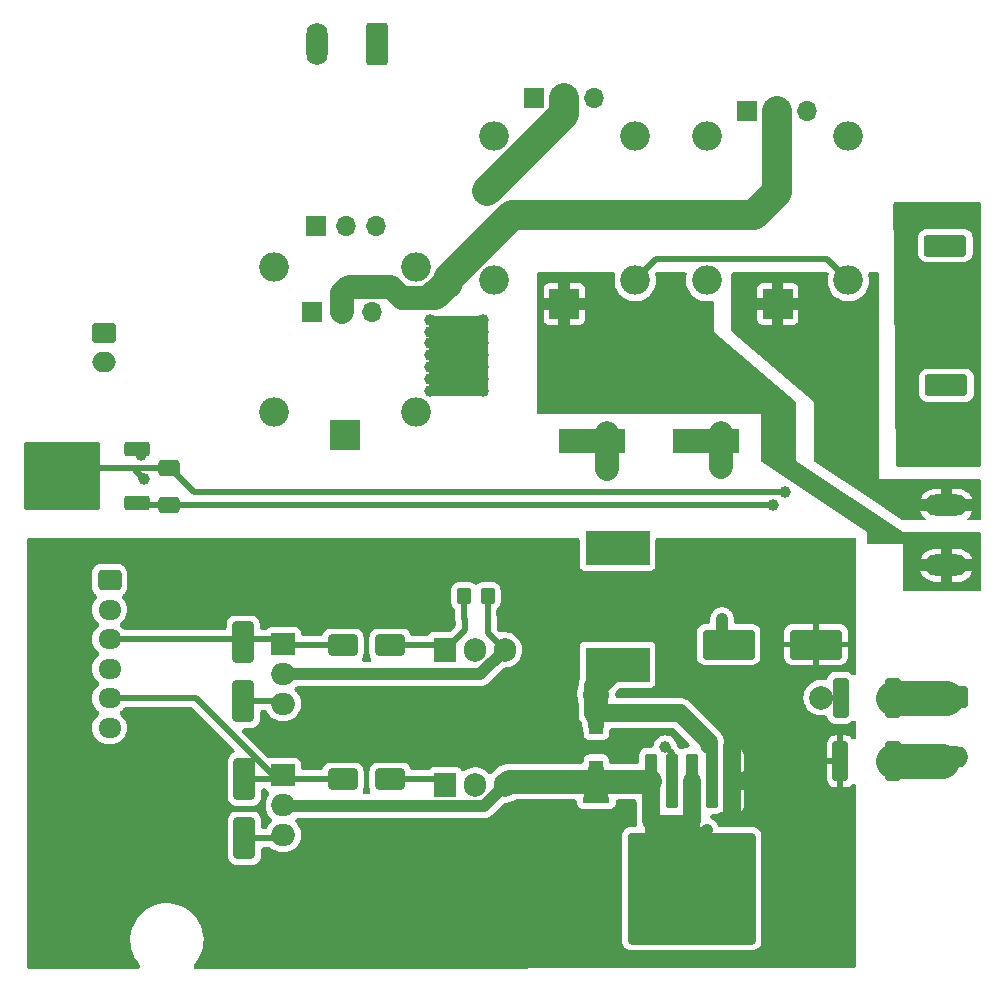
<source format=gbr>
%TF.GenerationSoftware,KiCad,Pcbnew,7.0.9*%
%TF.CreationDate,2024-02-18T20:42:30+05:30*%
%TF.ProjectId,Chg_Dschg Controller,4368675f-4473-4636-9867-20436f6e7472,rev?*%
%TF.SameCoordinates,Original*%
%TF.FileFunction,Copper,L1,Top*%
%TF.FilePolarity,Positive*%
%FSLAX46Y46*%
G04 Gerber Fmt 4.6, Leading zero omitted, Abs format (unit mm)*
G04 Created by KiCad (PCBNEW 7.0.9) date 2024-02-18 20:42:30*
%MOMM*%
%LPD*%
G01*
G04 APERTURE LIST*
G04 Aperture macros list*
%AMRoundRect*
0 Rectangle with rounded corners*
0 $1 Rounding radius*
0 $2 $3 $4 $5 $6 $7 $8 $9 X,Y pos of 4 corners*
0 Add a 4 corners polygon primitive as box body*
4,1,4,$2,$3,$4,$5,$6,$7,$8,$9,$2,$3,0*
0 Add four circle primitives for the rounded corners*
1,1,$1+$1,$2,$3*
1,1,$1+$1,$4,$5*
1,1,$1+$1,$6,$7*
1,1,$1+$1,$8,$9*
0 Add four rect primitives between the rounded corners*
20,1,$1+$1,$2,$3,$4,$5,0*
20,1,$1+$1,$4,$5,$6,$7,0*
20,1,$1+$1,$6,$7,$8,$9,0*
20,1,$1+$1,$8,$9,$2,$3,0*%
%AMOutline4P*
0 Free polygon, 4 corners , with rotation*
0 The origin of the aperture is its center*
0 number of corners: always 4*
0 $1 to $8 corner X, Y*
0 $9 Rotation angle, in degrees counterclockwise*
0 create outline with 4 corners*
4,1,4,$1,$2,$3,$4,$5,$6,$7,$8,$1,$2,$9*%
G04 Aperture macros list end*
%TA.AperFunction,ComponentPad*%
%ADD10R,2.500000X2.500000*%
%TD*%
%TA.AperFunction,ComponentPad*%
%ADD11O,2.500000X2.500000*%
%TD*%
%TA.AperFunction,SMDPad,CuDef*%
%ADD12R,5.400000X2.900000*%
%TD*%
%TA.AperFunction,SMDPad,CuDef*%
%ADD13RoundRect,0.250000X0.400000X1.450000X-0.400000X1.450000X-0.400000X-1.450000X0.400000X-1.450000X0*%
%TD*%
%TA.AperFunction,ComponentPad*%
%ADD14RoundRect,0.250000X-1.550000X0.650000X-1.550000X-0.650000X1.550000X-0.650000X1.550000X0.650000X0*%
%TD*%
%TA.AperFunction,ComponentPad*%
%ADD15O,3.600000X1.800000*%
%TD*%
%TA.AperFunction,SMDPad,CuDef*%
%ADD16RoundRect,0.250000X1.000000X0.650000X-1.000000X0.650000X-1.000000X-0.650000X1.000000X-0.650000X0*%
%TD*%
%TA.AperFunction,SMDPad,CuDef*%
%ADD17RoundRect,0.250000X-0.650000X1.500000X-0.650000X-1.500000X0.650000X-1.500000X0.650000X1.500000X0*%
%TD*%
%TA.AperFunction,ComponentPad*%
%ADD18RoundRect,0.250000X-0.750000X0.600000X-0.750000X-0.600000X0.750000X-0.600000X0.750000X0.600000X0*%
%TD*%
%TA.AperFunction,ComponentPad*%
%ADD19O,2.000000X1.700000*%
%TD*%
%TA.AperFunction,SMDPad,CuDef*%
%ADD20R,5.700000X2.000000*%
%TD*%
%TA.AperFunction,ComponentPad*%
%ADD21R,1.905000X2.000000*%
%TD*%
%TA.AperFunction,ComponentPad*%
%ADD22O,1.905000X2.000000*%
%TD*%
%TA.AperFunction,SMDPad,CuDef*%
%ADD23RoundRect,0.250000X-0.300000X2.050000X-0.300000X-2.050000X0.300000X-2.050000X0.300000X2.050000X0*%
%TD*%
%TA.AperFunction,SMDPad,CuDef*%
%ADD24RoundRect,0.250000X-2.375000X2.025000X-2.375000X-2.025000X2.375000X-2.025000X2.375000X2.025000X0*%
%TD*%
%TA.AperFunction,SMDPad,CuDef*%
%ADD25RoundRect,0.250002X-5.149998X4.449998X-5.149998X-4.449998X5.149998X-4.449998X5.149998X4.449998X0*%
%TD*%
%TA.AperFunction,SMDPad,CuDef*%
%ADD26RoundRect,0.250000X0.850000X0.350000X-0.850000X0.350000X-0.850000X-0.350000X0.850000X-0.350000X0*%
%TD*%
%TA.AperFunction,SMDPad,CuDef*%
%ADD27RoundRect,0.250000X1.275000X1.125000X-1.275000X1.125000X-1.275000X-1.125000X1.275000X-1.125000X0*%
%TD*%
%TA.AperFunction,SMDPad,CuDef*%
%ADD28RoundRect,0.249997X2.950003X2.650003X-2.950003X2.650003X-2.950003X-2.650003X2.950003X-2.650003X0*%
%TD*%
%TA.AperFunction,ComponentPad*%
%ADD29RoundRect,0.250000X0.650000X1.550000X-0.650000X1.550000X-0.650000X-1.550000X0.650000X-1.550000X0*%
%TD*%
%TA.AperFunction,ComponentPad*%
%ADD30O,1.800000X3.600000*%
%TD*%
%TA.AperFunction,ComponentPad*%
%ADD31R,2.000000X1.905000*%
%TD*%
%TA.AperFunction,ComponentPad*%
%ADD32O,2.000000X1.905000*%
%TD*%
%TA.AperFunction,SMDPad,CuDef*%
%ADD33RoundRect,0.250000X1.950000X1.000000X-1.950000X1.000000X-1.950000X-1.000000X1.950000X-1.000000X0*%
%TD*%
%TA.AperFunction,SMDPad,CuDef*%
%ADD34RoundRect,0.250000X0.350000X0.450000X-0.350000X0.450000X-0.350000X-0.450000X0.350000X-0.450000X0*%
%TD*%
%TA.AperFunction,SMDPad,CuDef*%
%ADD35RoundRect,0.250000X0.650000X-0.412500X0.650000X0.412500X-0.650000X0.412500X-0.650000X-0.412500X0*%
%TD*%
%TA.AperFunction,ComponentPad*%
%ADD36RoundRect,0.250000X-0.725000X0.600000X-0.725000X-0.600000X0.725000X-0.600000X0.725000X0.600000X0*%
%TD*%
%TA.AperFunction,ComponentPad*%
%ADD37O,1.950000X1.700000*%
%TD*%
%TA.AperFunction,SMDPad,CuDef*%
%ADD38Outline4P,-1.800000X-1.150000X1.800000X-0.550000X1.800000X0.550000X-1.800000X1.150000X270.000000*%
%TD*%
%TA.AperFunction,SMDPad,CuDef*%
%ADD39Outline4P,-1.800000X-1.150000X1.800000X-0.550000X1.800000X0.550000X-1.800000X1.150000X90.000000*%
%TD*%
%TA.AperFunction,ComponentPad*%
%ADD40R,1.700000X1.700000*%
%TD*%
%TA.AperFunction,ComponentPad*%
%ADD41O,1.700000X1.700000*%
%TD*%
%TA.AperFunction,ViaPad*%
%ADD42C,1.000000*%
%TD*%
%TA.AperFunction,ViaPad*%
%ADD43C,2.000000*%
%TD*%
%TA.AperFunction,Conductor*%
%ADD44C,2.000000*%
%TD*%
%TA.AperFunction,Conductor*%
%ADD45C,2.500000*%
%TD*%
%TA.AperFunction,Conductor*%
%ADD46C,0.500000*%
%TD*%
%TA.AperFunction,Conductor*%
%ADD47C,1.500000*%
%TD*%
%TA.AperFunction,Conductor*%
%ADD48C,1.000000*%
%TD*%
%TA.AperFunction,Conductor*%
%ADD49C,3.000000*%
%TD*%
G04 APERTURE END LIST*
D10*
%TO.P,K2,1*%
%TO.N,BOOSTOUT-*%
X100400000Y-53677500D03*
D11*
%TO.P,K2,2*%
%TO.N,Net-(D4-A)*%
X106400000Y-51677500D03*
%TO.P,K2,3*%
%TO.N,Net-(J8-Pin_3)*%
X106400000Y-39477500D03*
%TO.P,K2,4*%
%TO.N,Net-(J8-Pin_1)*%
X94400000Y-39477500D03*
%TO.P,K2,5*%
%TO.N,/12V*%
X94400000Y-51677500D03*
%TD*%
D12*
%TO.P,L1,1,1*%
%TO.N,Net-(D2-K)*%
X86850000Y-84200000D03*
%TO.P,L1,2,2*%
%TO.N,/12V*%
X86850000Y-74300000D03*
%TD*%
D13*
%TO.P,F2,1*%
%TO.N,Net-(J4-Pin_2)*%
X110175000Y-92400000D03*
%TO.P,F2,2*%
%TO.N,+BATT*%
X105725000Y-92400000D03*
%TD*%
D14*
%TO.P,J4,1,Pin_1*%
%TO.N,Net-(J4-Pin_1)*%
X114707500Y-86927500D03*
D15*
%TO.P,J4,2,Pin_2*%
%TO.N,Net-(J4-Pin_2)*%
X114707500Y-92007500D03*
%TD*%
D16*
%TO.P,D6,1,K*%
%TO.N,Net-(D6-K)*%
X67600000Y-82550000D03*
%TO.P,D6,2,A*%
%TO.N,Net-(D11-K)*%
X63600000Y-82550000D03*
%TD*%
D14*
%TO.P,J3,1,Pin_1*%
%TO.N,BOOSTIN-*%
X114607500Y-48727500D03*
D15*
%TO.P,J3,2,Pin_2*%
%TO.N,BOOSTIN+*%
X114607500Y-53807500D03*
%TD*%
D17*
%TO.P,D10,1,K*%
%TO.N,Net-(D10-K)*%
X55250000Y-93900000D03*
%TO.P,D10,2,A*%
%TO.N,-BATT*%
X55250000Y-98900000D03*
%TD*%
D18*
%TO.P,J2,1,Pin_1*%
%TO.N,Net-(J2-Pin_1)*%
X43400000Y-56100000D03*
D19*
%TO.P,J2,2,Pin_2*%
%TO.N,Net-(J2-Pin_2)*%
X43400000Y-58600000D03*
%TD*%
D13*
%TO.P,F1,1*%
%TO.N,Net-(J4-Pin_1)*%
X110200000Y-87000000D03*
%TO.P,F1,2*%
%TO.N,-BATT*%
X105750000Y-87000000D03*
%TD*%
D20*
%TO.P,C2,1*%
%TO.N,/12V*%
X84650000Y-65300000D03*
%TO.P,C2,2*%
%TO.N,Net-(D2-A)*%
X94350000Y-65300000D03*
%TD*%
D14*
%TO.P,J10,1,Pin_1*%
%TO.N,BOOSTIN-*%
X114700000Y-60550000D03*
D15*
%TO.P,J10,2,Pin_2*%
%TO.N,BOOSTIN+*%
X114700000Y-65630000D03*
%TO.P,J10,3,Pin_3*%
%TO.N,BOOSTOUT-*%
X114700000Y-70710000D03*
%TO.P,J10,4,Pin_4*%
%TO.N,BOOSTOUT+*%
X114700000Y-75790000D03*
%TD*%
D16*
%TO.P,D5,1,K*%
%TO.N,Net-(D5-K)*%
X67600000Y-93900000D03*
%TO.P,D5,2,A*%
%TO.N,Net-(D10-K)*%
X63600000Y-93900000D03*
%TD*%
D21*
%TO.P,Q2,1,G*%
%TO.N,Net-(D6-K)*%
X72210000Y-82945000D03*
D22*
%TO.P,Q2,2,D*%
%TO.N,Net-(D4-A)*%
X74750000Y-82945000D03*
%TO.P,Q2,3,S*%
%TO.N,Net-(D2-A)*%
X77290000Y-82945000D03*
%TD*%
D23*
%TO.P,U2,1,VIN*%
%TO.N,+BATT*%
X96525000Y-94025000D03*
%TO.P,U2,2,OUT*%
%TO.N,Net-(D2-K)*%
X94825000Y-94025000D03*
%TO.P,U2,3,GND*%
%TO.N,Net-(D2-A)*%
X93125000Y-94025000D03*
D24*
X95900000Y-100750000D03*
X90350000Y-100750000D03*
D25*
X93125000Y-103175000D03*
D24*
X95900000Y-105600000D03*
X90350000Y-105600000D03*
D23*
%TO.P,U2,4,FB*%
%TO.N,/12V*%
X91425000Y-94025000D03*
%TO.P,U2,5,~{ON}/OFF*%
%TO.N,Net-(D2-A)*%
X89725000Y-94025000D03*
%TD*%
D26*
%TO.P,U3,1,VI*%
%TO.N,BOOSTIN+*%
X46140000Y-70480000D03*
D27*
%TO.P,U3,2,GND*%
%TO.N,BOOSTIN-*%
X41515000Y-69725000D03*
X41515000Y-66675000D03*
D28*
X39840000Y-68200000D03*
D27*
X38165000Y-69725000D03*
X38165000Y-66675000D03*
D26*
%TO.P,U3,3,VO*%
%TO.N,/5V*%
X46140000Y-65920000D03*
%TD*%
D10*
%TO.P,K1,1*%
%TO.N,-BATT*%
X63750000Y-64777500D03*
D11*
%TO.P,K1,2*%
%TO.N,Net-(D3-A)*%
X69750000Y-62777500D03*
%TO.P,K1,3*%
%TO.N,/NOR1*%
X69750000Y-50577500D03*
%TO.P,K1,4*%
%TO.N,/NCR1*%
X57750000Y-50577500D03*
%TO.P,K1,5*%
%TO.N,/12V*%
X57750000Y-62777500D03*
%TD*%
D29*
%TO.P,J5,1,Pin_1*%
%TO.N,Net-(D1-A)*%
X66522500Y-31692500D03*
D30*
%TO.P,J5,2,Pin_2*%
%TO.N,/12V*%
X61442500Y-31692500D03*
%TD*%
D31*
%TO.P,Q1,1,G*%
%TO.N,Net-(D10-K)*%
X58555000Y-93560000D03*
D32*
%TO.P,Q1,2,D*%
%TO.N,Net-(D2-A)*%
X58555000Y-96100000D03*
%TO.P,Q1,3,S*%
%TO.N,-BATT*%
X58555000Y-98640000D03*
%TD*%
D33*
%TO.P,C1,1*%
%TO.N,+BATT*%
X103650000Y-82500000D03*
%TO.P,C1,2*%
%TO.N,Net-(D2-A)*%
X96250000Y-82500000D03*
%TD*%
D34*
%TO.P,R4,1*%
%TO.N,Net-(D2-A)*%
X75850000Y-78400000D03*
%TO.P,R4,2*%
%TO.N,Net-(D6-K)*%
X73850000Y-78400000D03*
%TD*%
D17*
%TO.P,D11,1,K*%
%TO.N,Net-(D11-K)*%
X55150000Y-82300000D03*
%TO.P,D11,2,A*%
%TO.N,-BATT*%
X55150000Y-87300000D03*
%TD*%
D31*
%TO.P,Q5,1,G*%
%TO.N,Net-(D11-K)*%
X58555000Y-82460000D03*
D32*
%TO.P,Q5,2,D*%
%TO.N,Net-(D2-A)*%
X58555000Y-85000000D03*
%TO.P,Q5,3,S*%
%TO.N,-BATT*%
X58555000Y-87540000D03*
%TD*%
D35*
%TO.P,C3,1*%
%TO.N,BOOSTIN+*%
X48900000Y-70662500D03*
%TO.P,C3,2*%
%TO.N,BOOSTIN-*%
X48900000Y-67537500D03*
%TD*%
D21*
%TO.P,Q3,1,G*%
%TO.N,Net-(D5-K)*%
X72260000Y-94395000D03*
D22*
%TO.P,Q3,2,D*%
%TO.N,Net-(D3-A)*%
X74800000Y-94395000D03*
%TO.P,Q3,3,S*%
%TO.N,Net-(D2-A)*%
X77340000Y-94395000D03*
%TD*%
D36*
%TO.P,J1,1,Pin_1*%
%TO.N,BOOSTIN-*%
X43839000Y-77052000D03*
D37*
%TO.P,J1,2,Pin_2*%
%TO.N,/5V*%
X43839000Y-79552000D03*
%TO.P,J1,3,Pin_3*%
%TO.N,Net-(D11-K)*%
X43839000Y-82052000D03*
%TO.P,J1,4,Pin_4*%
%TO.N,Net-(J1-Pin_4)*%
X43839000Y-84552000D03*
%TO.P,J1,5,Pin_5*%
%TO.N,Net-(D10-K)*%
X43839000Y-87052000D03*
%TO.P,J1,6,Pin_6*%
%TO.N,Net-(J1-Pin_6)*%
X43839000Y-89552000D03*
%TD*%
D10*
%TO.P,K3,1*%
%TO.N,BOOSTOUT+*%
X82350000Y-53677500D03*
D11*
%TO.P,K3,2*%
%TO.N,Net-(D4-A)*%
X88350000Y-51677500D03*
%TO.P,K3,3*%
%TO.N,Net-(J9-Pin_3)*%
X88350000Y-39477500D03*
%TO.P,K3,4*%
%TO.N,Net-(J9-Pin_1)*%
X76350000Y-39477500D03*
%TO.P,K3,5*%
%TO.N,/12V*%
X76350000Y-51677500D03*
%TD*%
D38*
%TO.P,D2,1,K*%
%TO.N,Net-(D2-K)*%
X85050000Y-88300000D03*
D39*
%TO.P,D2,2,A*%
%TO.N,Net-(D2-A)*%
X85050000Y-94100000D03*
%TD*%
D40*
%TO.P,J6,1,Pin_1*%
%TO.N,/NCR1*%
X61325000Y-47100000D03*
D41*
%TO.P,J6,2,Pin_2*%
%TO.N,Net-(D1-A)*%
X63865000Y-47100000D03*
%TO.P,J6,3,Pin_3*%
%TO.N,/NOR1*%
X66405000Y-47100000D03*
%TD*%
D40*
%TO.P,J7,1,Pin_1*%
%TO.N,/NCR1*%
X61025000Y-54350000D03*
D41*
%TO.P,J7,2,Pin_2*%
%TO.N,Net-(J7-Pin_2)*%
X63565000Y-54350000D03*
%TO.P,J7,3,Pin_3*%
%TO.N,/NOR1*%
X66105000Y-54350000D03*
%TD*%
D40*
%TO.P,J8,1,Pin_1*%
%TO.N,Net-(J8-Pin_1)*%
X97825000Y-37350000D03*
D41*
%TO.P,J8,2,Pin_2*%
%TO.N,Net-(J7-Pin_2)*%
X100365000Y-37350000D03*
%TO.P,J8,3,Pin_3*%
%TO.N,Net-(J8-Pin_3)*%
X102905000Y-37350000D03*
%TD*%
D40*
%TO.P,J9,1,Pin_1*%
%TO.N,Net-(J9-Pin_1)*%
X79750000Y-36200000D03*
D41*
%TO.P,J9,2,Pin_2*%
%TO.N,+BATT*%
X82290000Y-36200000D03*
%TO.P,J9,3,Pin_3*%
%TO.N,Net-(J9-Pin_3)*%
X84830000Y-36200000D03*
%TD*%
D42*
%TO.N,+BATT*%
X72700000Y-74500000D03*
%TO.N,BOOSTIN+*%
X100000000Y-70662500D03*
%TO.N,BOOSTIN-*%
X101000000Y-69613000D03*
%TO.N,+BATT*%
X97100000Y-89900000D03*
X50950000Y-77250000D03*
X75800000Y-44100000D03*
%TO.N,Net-(D2-A)*%
X95700000Y-80350000D03*
X93400000Y-98000000D03*
X92400000Y-97800000D03*
X92700000Y-98900000D03*
X94400000Y-98200000D03*
X91700000Y-99200000D03*
X93800000Y-99100000D03*
X95600000Y-67500000D03*
X92500000Y-99900000D03*
%TO.N,/12V*%
X71000000Y-57000000D03*
X86150000Y-67800000D03*
X75500000Y-61000000D03*
X71000000Y-55000000D03*
X75500000Y-56000000D03*
X75500000Y-57000000D03*
X75500000Y-59000000D03*
X75500000Y-55000000D03*
X71000000Y-58000000D03*
X71000000Y-61000000D03*
X75500000Y-60000000D03*
X90900000Y-91200000D03*
X71000000Y-56000000D03*
X71000000Y-60000000D03*
X71000000Y-59000000D03*
X86850000Y-74300000D03*
X75500000Y-58000000D03*
%TO.N,BOOSTIN-*%
X46800000Y-68500000D03*
%TO.N,/5V*%
X46546648Y-66488000D03*
D43*
%TO.N,-BATT*%
X104100000Y-87000000D03*
%TD*%
D44*
%TO.N,Net-(J7-Pin_2)*%
X68627500Y-53127500D02*
X71222500Y-53127500D01*
X71222500Y-53127500D02*
X71400000Y-52950000D01*
X64100000Y-52200000D02*
X67700000Y-52200000D01*
X67700000Y-52200000D02*
X68627500Y-53127500D01*
X63565000Y-52735000D02*
X64100000Y-52200000D01*
D45*
X72500000Y-51850000D02*
X71400000Y-52950000D01*
X77917702Y-46150000D02*
X72500000Y-51567702D01*
X72500000Y-51567702D02*
X72500000Y-51850000D01*
X98400000Y-46150000D02*
X77917702Y-46150000D01*
X100365000Y-44185000D02*
X98400000Y-46150000D01*
X100365000Y-37350000D02*
X100365000Y-44185000D01*
D46*
%TO.N,BOOSTIN-*%
X51000000Y-69550000D02*
X48987500Y-67537500D01*
X48987500Y-67537500D02*
X48900000Y-67537500D01*
X100937000Y-69550000D02*
X51000000Y-69550000D01*
X101000000Y-69613000D02*
X100937000Y-69550000D01*
%TO.N,BOOSTIN+*%
X48900000Y-70662500D02*
X100000000Y-70662500D01*
D47*
%TO.N,+BATT*%
X97775000Y-94025000D02*
X97900000Y-93900000D01*
X97100000Y-89900000D02*
X96600000Y-91000000D01*
X96525000Y-94025000D02*
X96525000Y-91075000D01*
D45*
X82290000Y-37610000D02*
X75800000Y-44100000D01*
X82290000Y-36200000D02*
X82290000Y-37610000D01*
D47*
X96525000Y-91075000D02*
X97100000Y-89900000D01*
X96525000Y-94025000D02*
X96525000Y-96925000D01*
X96525000Y-94025000D02*
X97775000Y-94025000D01*
D48*
%TO.N,Net-(D2-A)*%
X93800000Y-98650000D02*
X94400000Y-98200000D01*
X93125000Y-97975000D02*
X93800000Y-98650000D01*
D46*
X95700000Y-82450000D02*
X96250000Y-83000000D01*
D44*
X89575000Y-94100000D02*
X89575000Y-94025000D01*
D46*
X75900000Y-81250000D02*
X75900000Y-81555000D01*
D48*
X93125000Y-97975000D02*
X93050000Y-98050000D01*
X77340000Y-94395000D02*
X75540000Y-96195000D01*
X58555000Y-85000000D02*
X75235000Y-85000000D01*
X85125000Y-94025000D02*
X85050000Y-94100000D01*
X93125000Y-97975000D02*
X92500000Y-98600000D01*
D46*
X89725000Y-100125000D02*
X90350000Y-100750000D01*
D48*
X93125000Y-97450000D02*
X93125000Y-97975000D01*
X94250000Y-99100000D02*
X95900000Y-100750000D01*
D44*
X83800000Y-94100000D02*
X89575000Y-94100000D01*
D46*
X95650000Y-67450000D02*
X95600000Y-67500000D01*
D48*
X93125000Y-97450000D02*
X89725000Y-97450000D01*
X92500000Y-99900000D02*
X91700000Y-99200000D01*
X58650000Y-96195000D02*
X58555000Y-96100000D01*
X75540000Y-96195000D02*
X58650000Y-96195000D01*
X75235000Y-85000000D02*
X77290000Y-82945000D01*
X92150000Y-98050000D02*
X89725000Y-98050000D01*
X93050000Y-98050000D02*
X92650000Y-98050000D01*
X93800000Y-99100000D02*
X94250000Y-99100000D01*
D44*
X85050000Y-94100000D02*
X83800000Y-94100000D01*
D48*
X91700000Y-99200000D02*
X91200000Y-99900000D01*
X77635000Y-94100000D02*
X77340000Y-94395000D01*
X92400000Y-97800000D02*
X92150000Y-98050000D01*
D44*
X83800000Y-94100000D02*
X77635000Y-94100000D01*
D46*
X75900000Y-80350000D02*
X75900000Y-81250000D01*
D48*
X91200000Y-99900000D02*
X90350000Y-100750000D01*
X94400000Y-98200000D02*
X93800000Y-99100000D01*
X95700000Y-80350000D02*
X95700000Y-82450000D01*
X89725000Y-97450000D02*
X89725000Y-98050000D01*
D46*
X75850000Y-81200000D02*
X75850000Y-78400000D01*
X75900000Y-81555000D02*
X77290000Y-82945000D01*
D47*
X93125000Y-94025000D02*
X93125000Y-97450000D01*
D48*
X89725000Y-98050000D02*
X89725000Y-100125000D01*
D47*
X89725000Y-94025000D02*
X89725000Y-97450000D01*
D46*
X75900000Y-81250000D02*
X75850000Y-81200000D01*
D44*
X95650000Y-64600000D02*
X95650000Y-67450000D01*
D48*
X92650000Y-98050000D02*
X92400000Y-97800000D01*
X92500000Y-98600000D02*
X92500000Y-99900000D01*
D46*
%TO.N,/12V*%
X91425000Y-91725000D02*
X91425000Y-94025000D01*
X90900000Y-91200000D02*
X91425000Y-91725000D01*
X85950000Y-67600000D02*
X86150000Y-67800000D01*
D44*
X85950000Y-64600000D02*
X85950000Y-67600000D01*
D46*
%TO.N,BOOSTIN+*%
X48900000Y-70662500D02*
X46322500Y-70662500D01*
X46322500Y-70662500D02*
X46140000Y-70480000D01*
%TO.N,BOOSTIN-*%
X46000000Y-67537500D02*
X40502500Y-67537500D01*
X48900000Y-67537500D02*
X46000000Y-67537500D01*
X40502500Y-67537500D02*
X39840000Y-68200000D01*
X46800000Y-68500000D02*
X46000000Y-67700000D01*
X46000000Y-67700000D02*
X46000000Y-67537500D01*
%TO.N,/5V*%
X46546648Y-66488000D02*
X46546648Y-66326648D01*
X46546648Y-66326648D02*
X46140000Y-65920000D01*
D44*
%TO.N,Net-(D2-K)*%
X85050000Y-86000000D02*
X86850000Y-84200000D01*
X85050000Y-88300000D02*
X85050000Y-86000000D01*
D47*
X92150000Y-88300000D02*
X85050000Y-88300000D01*
X92150000Y-88300000D02*
X94612801Y-90762801D01*
D48*
X94825000Y-94025000D02*
X94825000Y-90975000D01*
D47*
X94612801Y-90762801D02*
X94612801Y-91047754D01*
D46*
%TO.N,Net-(D4-A)*%
X106400000Y-51677500D02*
X104600000Y-49877500D01*
X104600000Y-49877500D02*
X90150000Y-49877500D01*
X90150000Y-49877500D02*
X88350000Y-51677500D01*
%TO.N,Net-(D5-K)*%
X67600000Y-93900000D02*
X71765000Y-93900000D01*
X71765000Y-93900000D02*
X72260000Y-94395000D01*
%TO.N,Net-(D6-K)*%
X73900000Y-80350000D02*
X73850000Y-80300000D01*
X73850000Y-80300000D02*
X73850000Y-78400000D01*
X73900000Y-80350000D02*
X73900000Y-81255000D01*
X73900000Y-81255000D02*
X72210000Y-82945000D01*
X67600000Y-82550000D02*
X71815000Y-82550000D01*
X71815000Y-82550000D02*
X72210000Y-82945000D01*
%TO.N,Net-(D11-K)*%
X63600000Y-82550000D02*
X58645000Y-82550000D01*
X43839000Y-82052000D02*
X58147000Y-82052000D01*
X58147000Y-82052000D02*
X58555000Y-82460000D01*
X58645000Y-82550000D02*
X58555000Y-82460000D01*
%TO.N,-BATT*%
X58295000Y-98900000D02*
X58555000Y-98640000D01*
X55150000Y-87300000D02*
X58315000Y-87300000D01*
X105750000Y-87000000D02*
X104100000Y-87000000D01*
X55250000Y-98900000D02*
X58295000Y-98900000D01*
X58315000Y-87300000D02*
X58555000Y-87540000D01*
%TO.N,Net-(J4-Pin_1)*%
X114635000Y-87000000D02*
X114707500Y-86927500D01*
D49*
X110200000Y-87000000D02*
X114635000Y-87000000D01*
D46*
%TO.N,Net-(J4-Pin_2)*%
X114315000Y-92400000D02*
X114707500Y-92007500D01*
D49*
X110175000Y-92400000D02*
X114315000Y-92400000D01*
D44*
%TO.N,Net-(J7-Pin_2)*%
X63565000Y-54350000D02*
X63565000Y-52735000D01*
D46*
%TO.N,Net-(D10-K)*%
X58895000Y-93900000D02*
X58555000Y-93560000D01*
X55250000Y-93900000D02*
X58215000Y-93900000D01*
X63600000Y-93900000D02*
X58895000Y-93900000D01*
X58215000Y-93900000D02*
X58555000Y-93560000D01*
X51152000Y-87052000D02*
X57660000Y-93560000D01*
X43839000Y-87052000D02*
X51152000Y-87052000D01*
X57660000Y-93560000D02*
X58555000Y-93560000D01*
%TD*%
%TA.AperFunction,Conductor*%
%TO.N,/12V*%
G36*
X75746288Y-54668954D02*
G01*
X75827070Y-54722930D01*
X75881046Y-54803712D01*
X75900000Y-54899000D01*
X75900000Y-61201000D01*
X75881046Y-61296288D01*
X75827070Y-61377070D01*
X75746288Y-61431046D01*
X75651000Y-61450000D01*
X71199000Y-61450000D01*
X71103712Y-61431046D01*
X71022930Y-61377070D01*
X70968954Y-61296288D01*
X70950000Y-61201000D01*
X70950000Y-54943377D01*
X70968954Y-54848089D01*
X71022930Y-54767307D01*
X71103712Y-54713331D01*
X71199000Y-54694377D01*
X71208275Y-54694550D01*
X71465636Y-54704181D01*
X71726350Y-54674805D01*
X71787261Y-54658484D01*
X71851706Y-54650000D01*
X75651000Y-54650000D01*
X75746288Y-54668954D01*
G37*
%TD.AperFunction*%
%TD*%
%TA.AperFunction,Conductor*%
%TO.N,+BATT*%
G36*
X83495788Y-73468954D02*
G01*
X83576570Y-73522930D01*
X83630546Y-73603712D01*
X83649500Y-73699000D01*
X83649500Y-75797865D01*
X83649500Y-75797868D01*
X83649501Y-75797872D01*
X83651306Y-75814667D01*
X83655908Y-75857480D01*
X83655909Y-75857484D01*
X83702852Y-75983344D01*
X83706204Y-75992331D01*
X83792454Y-76107546D01*
X83907669Y-76193796D01*
X84042517Y-76244091D01*
X84102127Y-76250500D01*
X89597872Y-76250499D01*
X89657483Y-76244091D01*
X89792331Y-76193796D01*
X89907546Y-76107546D01*
X89993796Y-75992331D01*
X90044091Y-75857483D01*
X90050500Y-75797873D01*
X90050499Y-73698998D01*
X90069453Y-73603712D01*
X90123429Y-73522930D01*
X90204211Y-73468954D01*
X90299499Y-73450000D01*
X106831000Y-73450000D01*
X106926288Y-73468954D01*
X107007070Y-73522930D01*
X107061046Y-73603712D01*
X107080000Y-73699000D01*
X107080000Y-84817493D01*
X107061046Y-84912781D01*
X107007070Y-84993563D01*
X106926288Y-85047539D01*
X106831000Y-85066493D01*
X106735712Y-85047539D01*
X106654933Y-84993565D01*
X106618656Y-84957288D01*
X106469334Y-84865186D01*
X106469332Y-84865185D01*
X106469330Y-84865184D01*
X106469332Y-84865184D01*
X106302802Y-84810002D01*
X106302798Y-84810001D01*
X106302797Y-84810001D01*
X106200009Y-84799500D01*
X106200005Y-84799500D01*
X105300002Y-84799500D01*
X105299985Y-84799501D01*
X105197199Y-84810001D01*
X105030667Y-84865185D01*
X104881346Y-84957286D01*
X104757286Y-85081346D01*
X104665185Y-85230667D01*
X104624730Y-85352752D01*
X104576765Y-85437241D01*
X104500119Y-85496944D01*
X104406459Y-85522771D01*
X104347386Y-85520033D01*
X104224335Y-85499500D01*
X103975665Y-85499500D01*
X103730389Y-85540428D01*
X103730378Y-85540430D01*
X103495188Y-85621172D01*
X103276485Y-85739529D01*
X103080261Y-85892257D01*
X103080248Y-85892269D01*
X102911836Y-86075214D01*
X102911830Y-86075221D01*
X102775828Y-86283391D01*
X102775825Y-86283396D01*
X102675936Y-86511121D01*
X102675935Y-86511125D01*
X102614894Y-86752168D01*
X102614892Y-86752176D01*
X102594357Y-87000000D01*
X102614892Y-87247823D01*
X102614894Y-87247831D01*
X102675935Y-87488874D01*
X102675937Y-87488881D01*
X102775827Y-87716607D01*
X102784466Y-87729830D01*
X102911830Y-87924778D01*
X102911836Y-87924785D01*
X103080248Y-88107730D01*
X103080252Y-88107733D01*
X103080256Y-88107738D01*
X103080260Y-88107741D01*
X103080261Y-88107742D01*
X103276485Y-88260470D01*
X103276487Y-88260471D01*
X103276491Y-88260474D01*
X103495190Y-88378828D01*
X103564736Y-88402703D01*
X103730378Y-88459569D01*
X103730382Y-88459569D01*
X103730386Y-88459571D01*
X103975665Y-88500500D01*
X104224332Y-88500500D01*
X104224335Y-88500500D01*
X104347389Y-88479966D01*
X104444493Y-88482977D01*
X104533057Y-88522921D01*
X104599593Y-88593717D01*
X104624730Y-88647247D01*
X104639081Y-88690556D01*
X104665186Y-88769334D01*
X104757288Y-88918656D01*
X104881344Y-89042712D01*
X105030666Y-89134814D01*
X105030669Y-89134815D01*
X105030667Y-89134815D01*
X105194310Y-89189040D01*
X105197203Y-89189999D01*
X105299991Y-89200500D01*
X106200008Y-89200499D01*
X106302797Y-89189999D01*
X106469334Y-89134814D01*
X106618656Y-89042712D01*
X106654933Y-89006434D01*
X106735712Y-88952461D01*
X106831000Y-88933507D01*
X106926288Y-88952461D01*
X107007070Y-89006437D01*
X107061046Y-89087219D01*
X107080000Y-89182507D01*
X107080000Y-90243199D01*
X107061046Y-90338487D01*
X107007070Y-90419269D01*
X106926288Y-90473245D01*
X106831000Y-90492199D01*
X106735712Y-90473245D01*
X106654930Y-90419269D01*
X106593345Y-90357684D01*
X106593341Y-90357681D01*
X106444121Y-90265641D01*
X106444120Y-90265640D01*
X106277701Y-90210495D01*
X106277694Y-90210494D01*
X106174981Y-90200000D01*
X105975001Y-90200000D01*
X105975000Y-90200001D01*
X105975000Y-94599998D01*
X105975001Y-94599999D01*
X106174968Y-94599999D01*
X106174984Y-94599998D01*
X106277699Y-94589505D01*
X106277702Y-94589504D01*
X106444119Y-94534359D01*
X106444121Y-94534358D01*
X106593341Y-94442318D01*
X106593345Y-94442315D01*
X106654930Y-94380731D01*
X106735712Y-94326755D01*
X106831000Y-94307801D01*
X106926288Y-94326755D01*
X107007070Y-94380731D01*
X107061046Y-94461513D01*
X107080000Y-94556801D01*
X107080000Y-109601531D01*
X107061046Y-109696819D01*
X107007070Y-109777601D01*
X106926288Y-109831577D01*
X106831532Y-109850530D01*
X51208626Y-109969332D01*
X51113297Y-109950582D01*
X51032401Y-109896778D01*
X50978252Y-109816112D01*
X50959095Y-109720865D01*
X50977845Y-109625536D01*
X51019913Y-109557272D01*
X51159299Y-109396413D01*
X51159299Y-109396411D01*
X51159304Y-109396407D01*
X51359448Y-109103706D01*
X51524921Y-108790098D01*
X51653568Y-108459672D01*
X51743710Y-108116736D01*
X51794173Y-107765759D01*
X51804299Y-107411317D01*
X51773955Y-107058032D01*
X51703537Y-106710508D01*
X51593964Y-106373277D01*
X51593961Y-106373270D01*
X51446669Y-106050744D01*
X51446667Y-106050740D01*
X51446664Y-106050734D01*
X51263557Y-105747085D01*
X51047029Y-105466287D01*
X50799905Y-105212003D01*
X50525405Y-104987545D01*
X50227109Y-104795841D01*
X50227110Y-104795841D01*
X50227106Y-104795839D01*
X49908911Y-104639394D01*
X49908906Y-104639392D01*
X49908904Y-104639391D01*
X49908896Y-104639388D01*
X49574940Y-104520232D01*
X49229573Y-104439921D01*
X49229564Y-104439919D01*
X48877294Y-104399500D01*
X48877293Y-104399500D01*
X48611424Y-104399500D01*
X48611422Y-104399500D01*
X48345992Y-104414677D01*
X47996599Y-104475143D01*
X47656379Y-104575040D01*
X47656373Y-104575042D01*
X47329763Y-104713068D01*
X47329758Y-104713071D01*
X47021006Y-104887431D01*
X46734143Y-105095849D01*
X46734139Y-105095852D01*
X46472904Y-105335612D01*
X46240700Y-105603586D01*
X46040557Y-105896286D01*
X46040553Y-105896292D01*
X45875082Y-106209894D01*
X45746434Y-106540320D01*
X45656289Y-106883269D01*
X45605827Y-107234233D01*
X45605826Y-107234239D01*
X45595700Y-107588669D01*
X45626044Y-107941965D01*
X45696463Y-108289493D01*
X45696463Y-108289494D01*
X45806034Y-108626719D01*
X45806038Y-108626729D01*
X45953330Y-108949255D01*
X45953334Y-108949261D01*
X45953336Y-108949266D01*
X46046049Y-109103014D01*
X46136440Y-109252911D01*
X46136442Y-109252914D01*
X46136443Y-109252915D01*
X46352971Y-109533713D01*
X46376088Y-109557500D01*
X46428903Y-109639039D01*
X46446495Y-109734588D01*
X46426183Y-109829596D01*
X46371059Y-109909599D01*
X46289515Y-109962417D01*
X46198052Y-109980033D01*
X37099532Y-109999467D01*
X37004203Y-109980717D01*
X36923307Y-109926913D01*
X36869158Y-109846247D01*
X36850001Y-109751000D01*
X36850000Y-109750468D01*
X36850000Y-89552005D01*
X42358341Y-89552005D01*
X42378935Y-89787401D01*
X42440097Y-90015664D01*
X42440098Y-90015666D01*
X42539961Y-90229822D01*
X42539965Y-90229830D01*
X42611579Y-90332105D01*
X42675505Y-90423401D01*
X42842599Y-90590495D01*
X42965747Y-90676724D01*
X43036169Y-90726034D01*
X43036171Y-90726035D01*
X43250337Y-90825903D01*
X43478592Y-90887063D01*
X43478595Y-90887063D01*
X43478598Y-90887064D01*
X43655033Y-90902500D01*
X43655034Y-90902500D01*
X44022967Y-90902500D01*
X44199401Y-90887064D01*
X44199403Y-90887063D01*
X44199408Y-90887063D01*
X44427663Y-90825903D01*
X44641829Y-90726035D01*
X44835401Y-90590495D01*
X45002495Y-90423401D01*
X45138035Y-90229830D01*
X45237903Y-90015663D01*
X45299063Y-89787408D01*
X45299064Y-89787401D01*
X45319659Y-89552005D01*
X45319659Y-89551994D01*
X45299064Y-89316598D01*
X45299063Y-89316595D01*
X45299063Y-89316592D01*
X45237903Y-89088337D01*
X45158779Y-88918656D01*
X45138038Y-88874177D01*
X45138034Y-88874169D01*
X45088724Y-88803747D01*
X45002495Y-88680599D01*
X44835401Y-88513505D01*
X44824636Y-88505967D01*
X44757455Y-88435790D01*
X44722241Y-88345242D01*
X44724360Y-88248110D01*
X44763487Y-88159182D01*
X44824636Y-88098032D01*
X44835401Y-88090495D01*
X45002495Y-87923401D01*
X45012804Y-87908677D01*
X45082986Y-87841495D01*
X45173535Y-87806283D01*
X45216772Y-87802500D01*
X50737992Y-87802500D01*
X50833280Y-87821454D01*
X50914062Y-87875430D01*
X54351894Y-91313262D01*
X54405870Y-91394044D01*
X54424824Y-91489332D01*
X54405870Y-91584620D01*
X54351894Y-91665402D01*
X54292605Y-91706919D01*
X54293009Y-91707573D01*
X54281791Y-91714492D01*
X54281076Y-91714993D01*
X54280678Y-91715178D01*
X54131346Y-91807286D01*
X54007286Y-91931346D01*
X53915184Y-92080668D01*
X53860002Y-92247197D01*
X53860001Y-92247204D01*
X53849500Y-92349988D01*
X53849500Y-95450006D01*
X53860001Y-95552800D01*
X53912324Y-95710698D01*
X53915186Y-95719334D01*
X53971330Y-95810359D01*
X53995472Y-95849500D01*
X54007288Y-95868656D01*
X54131344Y-95992712D01*
X54280666Y-96084814D01*
X54280669Y-96084815D01*
X54280667Y-96084815D01*
X54401966Y-96125009D01*
X54447203Y-96139999D01*
X54549991Y-96150500D01*
X55950008Y-96150499D01*
X56052797Y-96139999D01*
X56219334Y-96084814D01*
X56368656Y-95992712D01*
X56492712Y-95868656D01*
X56584814Y-95719334D01*
X56607462Y-95650985D01*
X56640035Y-95593607D01*
X56639419Y-95591276D01*
X56640228Y-95550547D01*
X56650500Y-95450009D01*
X56650500Y-94899500D01*
X56669454Y-94804212D01*
X56723430Y-94723430D01*
X56804212Y-94669454D01*
X56899500Y-94650500D01*
X56908462Y-94650500D01*
X57003750Y-94669454D01*
X57084532Y-94723430D01*
X57107796Y-94750278D01*
X57111203Y-94754829D01*
X57111204Y-94754831D01*
X57197454Y-94870046D01*
X57197457Y-94870048D01*
X57197459Y-94870050D01*
X57263579Y-94919548D01*
X57328502Y-94991826D01*
X57360823Y-95083447D01*
X57355622Y-95180463D01*
X57313690Y-95268103D01*
X57310856Y-95271816D01*
X57286930Y-95302556D01*
X57172322Y-95514331D01*
X57159892Y-95550539D01*
X57125409Y-95650988D01*
X57123449Y-95656696D01*
X57092022Y-95710698D01*
X57092165Y-95711216D01*
X57089427Y-95770293D01*
X57068534Y-95895500D01*
X57054500Y-95979601D01*
X57054500Y-96220399D01*
X57094133Y-96457907D01*
X57094133Y-96457909D01*
X57172321Y-96685666D01*
X57172321Y-96685667D01*
X57286929Y-96897441D01*
X57434825Y-97087458D01*
X57434830Y-97087464D01*
X57542743Y-97186805D01*
X57600012Y-97265287D01*
X57622887Y-97359710D01*
X57607887Y-97455700D01*
X57557295Y-97538643D01*
X57542743Y-97553195D01*
X57434830Y-97652535D01*
X57434825Y-97652541D01*
X57286931Y-97842556D01*
X57191438Y-98019011D01*
X57129416Y-98093794D01*
X57043497Y-98139149D01*
X56972449Y-98149500D01*
X56899499Y-98149500D01*
X56804211Y-98130546D01*
X56723429Y-98076570D01*
X56669453Y-97995788D01*
X56650499Y-97900500D01*
X56650499Y-97349993D01*
X56650499Y-97349991D01*
X56639999Y-97247203D01*
X56638418Y-97242433D01*
X56604470Y-97139985D01*
X56584814Y-97080666D01*
X56492712Y-96931344D01*
X56368656Y-96807288D01*
X56219334Y-96715186D01*
X56219332Y-96715185D01*
X56219330Y-96715184D01*
X56219332Y-96715184D01*
X56052802Y-96660002D01*
X56052798Y-96660001D01*
X56052797Y-96660001D01*
X55950009Y-96649500D01*
X55950005Y-96649500D01*
X54549993Y-96649500D01*
X54447199Y-96660001D01*
X54280667Y-96715185D01*
X54131346Y-96807286D01*
X54007286Y-96931346D01*
X53915184Y-97080668D01*
X53860002Y-97247197D01*
X53860002Y-97247199D01*
X53860001Y-97247203D01*
X53858371Y-97263157D01*
X53849500Y-97349988D01*
X53849500Y-100450006D01*
X53860001Y-100552800D01*
X53915185Y-100719331D01*
X53915186Y-100719334D01*
X54007288Y-100868656D01*
X54131344Y-100992712D01*
X54280666Y-101084814D01*
X54280669Y-101084815D01*
X54280667Y-101084815D01*
X54444310Y-101139040D01*
X54447203Y-101139999D01*
X54549991Y-101150500D01*
X55950008Y-101150499D01*
X56052797Y-101139999D01*
X56219334Y-101084814D01*
X56368656Y-100992712D01*
X56492712Y-100868656D01*
X56584814Y-100719334D01*
X56639999Y-100552797D01*
X56650500Y-100450009D01*
X56650500Y-99899500D01*
X56669454Y-99804212D01*
X56723430Y-99723430D01*
X56804212Y-99669454D01*
X56899500Y-99650500D01*
X57362694Y-99650500D01*
X57457982Y-99669454D01*
X57531334Y-99716302D01*
X57611990Y-99790551D01*
X57611995Y-99790554D01*
X57611996Y-99790555D01*
X57611996Y-99790556D01*
X57768999Y-99893130D01*
X57813578Y-99922255D01*
X58034095Y-100018983D01*
X58267524Y-100078095D01*
X58318917Y-100082353D01*
X58447395Y-100093000D01*
X58447400Y-100093000D01*
X58662605Y-100093000D01*
X58775022Y-100083684D01*
X58842476Y-100078095D01*
X59075905Y-100018983D01*
X59296422Y-99922255D01*
X59435976Y-99831079D01*
X59498003Y-99790556D01*
X59498005Y-99790554D01*
X59498010Y-99790551D01*
X59675171Y-99627463D01*
X59823072Y-99437439D01*
X59891310Y-99311345D01*
X59937678Y-99225667D01*
X59937678Y-99225666D01*
X59937679Y-99225664D01*
X60015866Y-98997913D01*
X60055500Y-98760399D01*
X60055500Y-98519601D01*
X60015866Y-98282087D01*
X59937679Y-98054336D01*
X59937678Y-98054333D01*
X59937678Y-98054332D01*
X59823070Y-97842558D01*
X59712556Y-97700569D01*
X59675171Y-97652537D01*
X59675168Y-97652534D01*
X59648185Y-97627694D01*
X59590917Y-97549212D01*
X59568042Y-97454788D01*
X59583042Y-97358798D01*
X59633635Y-97275856D01*
X59712117Y-97218588D01*
X59806541Y-97195713D01*
X59816829Y-97195500D01*
X75527284Y-97195500D01*
X75616360Y-97197757D01*
X75616360Y-97197756D01*
X75616363Y-97197757D01*
X75674431Y-97187348D01*
X75683753Y-97186041D01*
X75742438Y-97180074D01*
X75771432Y-97170976D01*
X75786743Y-97167218D01*
X75816653Y-97161858D01*
X75871434Y-97139975D01*
X75880290Y-97136822D01*
X75936588Y-97119159D01*
X75963151Y-97104414D01*
X75977399Y-97097647D01*
X76005617Y-97086377D01*
X76054855Y-97053925D01*
X76062928Y-97049034D01*
X76114502Y-97020409D01*
X76137567Y-97000606D01*
X76150147Y-96991122D01*
X76175519Y-96974402D01*
X76217221Y-96932699D01*
X76224152Y-96926275D01*
X76268895Y-96887866D01*
X76287500Y-96863828D01*
X76297910Y-96852009D01*
X77181491Y-95968430D01*
X77262272Y-95914454D01*
X77357560Y-95895500D01*
X77460399Y-95895500D01*
X77697913Y-95855866D01*
X77925664Y-95777679D01*
X77925666Y-95777678D01*
X77925667Y-95777678D01*
X78033480Y-95719332D01*
X78137439Y-95663072D01*
X78150375Y-95653003D01*
X78237212Y-95609434D01*
X78303313Y-95600500D01*
X83148663Y-95600500D01*
X83243951Y-95619454D01*
X83324733Y-95673430D01*
X83378709Y-95754212D01*
X83397663Y-95849500D01*
X83395670Y-95880943D01*
X83395340Y-95883534D01*
X83394384Y-95894350D01*
X83394384Y-95894352D01*
X83413273Y-96037026D01*
X83413274Y-96037029D01*
X83471591Y-96168597D01*
X83471596Y-96168606D01*
X83564621Y-96278419D01*
X83684819Y-96357577D01*
X83723695Y-96369465D01*
X83822451Y-96399665D01*
X83833276Y-96400500D01*
X83833279Y-96400500D01*
X86266720Y-96400500D01*
X86266723Y-96400500D01*
X86277549Y-96399665D01*
X86415180Y-96357577D01*
X86535378Y-96278418D01*
X86628406Y-96168603D01*
X86686726Y-96037027D01*
X86705615Y-95894350D01*
X86704659Y-95883532D01*
X86704659Y-95883530D01*
X86704329Y-95880944D01*
X86711099Y-95784025D01*
X86754442Y-95697074D01*
X86827760Y-95633329D01*
X86919892Y-95602493D01*
X86951336Y-95600500D01*
X88225500Y-95600500D01*
X88320788Y-95619454D01*
X88401570Y-95673430D01*
X88455546Y-95754212D01*
X88474500Y-95849500D01*
X88474500Y-97506155D01*
X88489624Y-97674199D01*
X88490868Y-97681053D01*
X88489228Y-97778194D01*
X88450538Y-97867313D01*
X88380689Y-97934842D01*
X88290314Y-97970501D01*
X88245868Y-97974500D01*
X87924993Y-97974500D01*
X87822199Y-97985001D01*
X87655667Y-98040185D01*
X87506346Y-98132286D01*
X87382286Y-98256346D01*
X87290184Y-98405669D01*
X87290183Y-98405670D01*
X87235003Y-98572195D01*
X87235000Y-98572207D01*
X87225222Y-98667927D01*
X87224500Y-98674989D01*
X87224500Y-107675006D01*
X87235001Y-107777800D01*
X87289401Y-107941965D01*
X87290186Y-107944334D01*
X87382288Y-108093656D01*
X87506344Y-108217712D01*
X87655666Y-108309814D01*
X87655669Y-108309815D01*
X87655667Y-108309815D01*
X87819310Y-108364040D01*
X87822203Y-108364999D01*
X87888711Y-108371793D01*
X87903391Y-108375499D01*
X87918636Y-108375499D01*
X87931304Y-108376144D01*
X87951985Y-108378257D01*
X87967958Y-108375499D01*
X93474985Y-108375499D01*
X93474991Y-108375500D01*
X98325008Y-108375499D01*
X98427797Y-108364999D01*
X98594334Y-108309814D01*
X98743656Y-108217712D01*
X98867712Y-108093656D01*
X98959814Y-107944334D01*
X99014999Y-107777797D01*
X99025500Y-107675009D01*
X99025500Y-105603593D01*
X99025499Y-102825014D01*
X99025500Y-102825009D01*
X99025499Y-98674992D01*
X99014999Y-98572203D01*
X99014996Y-98572195D01*
X98959814Y-98405667D01*
X98959814Y-98405666D01*
X98867712Y-98256344D01*
X98743656Y-98132288D01*
X98594334Y-98040186D01*
X98594332Y-98040185D01*
X98594330Y-98040184D01*
X98594332Y-98040184D01*
X98427802Y-97985002D01*
X98427798Y-97985001D01*
X98427797Y-97985001D01*
X98376403Y-97979750D01*
X98325011Y-97974500D01*
X98325009Y-97974500D01*
X98325007Y-97974500D01*
X95561144Y-97974500D01*
X95465856Y-97955546D01*
X95385074Y-97901570D01*
X95334621Y-97826061D01*
X95334590Y-97826078D01*
X95334419Y-97825758D01*
X95331098Y-97820788D01*
X95331093Y-97820776D01*
X95324129Y-97803961D01*
X95324417Y-97803841D01*
X95321217Y-97796428D01*
X95316026Y-97784972D01*
X95312084Y-97778194D01*
X95303564Y-97763545D01*
X95296047Y-97748314D01*
X95286621Y-97725390D01*
X95261845Y-97688612D01*
X95255298Y-97677735D01*
X95253402Y-97674188D01*
X95235910Y-97641462D01*
X95235902Y-97641453D01*
X95231102Y-97634268D01*
X95214363Y-97610163D01*
X95213727Y-97609070D01*
X95213726Y-97609068D01*
X95197220Y-97590602D01*
X95186776Y-97577176D01*
X95172938Y-97556635D01*
X95172931Y-97556627D01*
X95143814Y-97528092D01*
X95134707Y-97518146D01*
X95110886Y-97489119D01*
X95110882Y-97489116D01*
X95109290Y-97487809D01*
X95081627Y-97461290D01*
X95078112Y-97457358D01*
X95058223Y-97442592D01*
X95045291Y-97431545D01*
X95027602Y-97414210D01*
X94996340Y-97394057D01*
X94984820Y-97385659D01*
X94958538Y-97364090D01*
X94953201Y-97361237D01*
X94922156Y-97341565D01*
X94914742Y-97336061D01*
X94914741Y-97336060D01*
X94892294Y-97325602D01*
X94877396Y-97317380D01*
X94856578Y-97303959D01*
X94845324Y-97298225D01*
X94846534Y-97295850D01*
X94781539Y-97254530D01*
X94725738Y-97174998D01*
X94704620Y-97080166D01*
X94721401Y-96984471D01*
X94773525Y-96902482D01*
X94853057Y-96846681D01*
X94947889Y-96825563D01*
X94953527Y-96825499D01*
X95175008Y-96825499D01*
X95277797Y-96814999D01*
X95444334Y-96759814D01*
X95544759Y-96697871D01*
X95635810Y-96663981D01*
X95732900Y-96667513D01*
X95806195Y-96697873D01*
X95905879Y-96759358D01*
X95905879Y-96759359D01*
X96072298Y-96814504D01*
X96072305Y-96814505D01*
X96175023Y-96824999D01*
X96275000Y-96824998D01*
X96775000Y-96824998D01*
X96775001Y-96824999D01*
X96874968Y-96824999D01*
X96874984Y-96824998D01*
X96977699Y-96814505D01*
X96977702Y-96814504D01*
X97144119Y-96759359D01*
X97144121Y-96759358D01*
X97293341Y-96667318D01*
X97293345Y-96667315D01*
X97417315Y-96543345D01*
X97417318Y-96543341D01*
X97509358Y-96394121D01*
X97509359Y-96394120D01*
X97564504Y-96227701D01*
X97564505Y-96227694D01*
X97574999Y-96124981D01*
X97575000Y-96124971D01*
X97575000Y-94275001D01*
X97574999Y-94275000D01*
X96775001Y-94275000D01*
X96775000Y-94275001D01*
X96775000Y-96824998D01*
X96275000Y-96824998D01*
X96275000Y-93899984D01*
X104575001Y-93899984D01*
X104585494Y-94002699D01*
X104585495Y-94002702D01*
X104640640Y-94169119D01*
X104640641Y-94169121D01*
X104732681Y-94318341D01*
X104732684Y-94318345D01*
X104856654Y-94442315D01*
X104856658Y-94442318D01*
X105005878Y-94534358D01*
X105005879Y-94534359D01*
X105172298Y-94589504D01*
X105172305Y-94589505D01*
X105275023Y-94599999D01*
X105474999Y-94599998D01*
X105475000Y-94599998D01*
X105475000Y-92650001D01*
X105474999Y-92650000D01*
X104575002Y-92650000D01*
X104575001Y-92650001D01*
X104575001Y-93899984D01*
X96275000Y-93899984D01*
X96275000Y-93774999D01*
X96775000Y-93774999D01*
X96775001Y-93775000D01*
X97574998Y-93775000D01*
X97574999Y-93774999D01*
X97574999Y-92149999D01*
X104575000Y-92149999D01*
X104575001Y-92150000D01*
X105474999Y-92150000D01*
X105475000Y-92149999D01*
X105475000Y-90199999D01*
X105275024Y-90200000D01*
X105172300Y-90210494D01*
X105172297Y-90210495D01*
X105005880Y-90265640D01*
X105005878Y-90265641D01*
X104856658Y-90357681D01*
X104856654Y-90357684D01*
X104732684Y-90481654D01*
X104732681Y-90481658D01*
X104640641Y-90630878D01*
X104640640Y-90630879D01*
X104585495Y-90797298D01*
X104585494Y-90797305D01*
X104575000Y-90900018D01*
X104575000Y-92149999D01*
X97574999Y-92149999D01*
X97574999Y-91925032D01*
X97574998Y-91925015D01*
X97564505Y-91822300D01*
X97564504Y-91822297D01*
X97509359Y-91655880D01*
X97509358Y-91655878D01*
X97417318Y-91506658D01*
X97417315Y-91506654D01*
X97293345Y-91382684D01*
X97293341Y-91382681D01*
X97144121Y-91290641D01*
X97144120Y-91290640D01*
X96977701Y-91235495D01*
X96977694Y-91235494D01*
X96874981Y-91225000D01*
X96775001Y-91225000D01*
X96775000Y-91225001D01*
X96775000Y-93774999D01*
X96275000Y-93774999D01*
X96275000Y-91225000D01*
X96274999Y-91224999D01*
X96175020Y-91225000D01*
X96137604Y-91228823D01*
X96040883Y-91219650D01*
X95955035Y-91174162D01*
X95893129Y-91099284D01*
X95864590Y-91006415D01*
X95863301Y-90981112D01*
X95863301Y-90840019D01*
X95864083Y-90826083D01*
X95868039Y-90790974D01*
X95863582Y-90724876D01*
X95863301Y-90716503D01*
X95863301Y-90706647D01*
X95863300Y-90706629D01*
X95859526Y-90664703D01*
X95852898Y-90566388D01*
X95851149Y-90555346D01*
X95851450Y-90555298D01*
X95850476Y-90549564D01*
X95850175Y-90549619D01*
X95848176Y-90538604D01*
X95821970Y-90443653D01*
X95815826Y-90419269D01*
X95797897Y-90348118D01*
X95797895Y-90348115D01*
X95797895Y-90348112D01*
X95794203Y-90337560D01*
X95794490Y-90337459D01*
X95792510Y-90331997D01*
X95792225Y-90332105D01*
X95788293Y-90321629D01*
X95745543Y-90232857D01*
X95704806Y-90143172D01*
X95699286Y-90133444D01*
X95699550Y-90133293D01*
X95696624Y-90128269D01*
X95696364Y-90128425D01*
X95690631Y-90118829D01*
X95632715Y-90039115D01*
X95576622Y-89958148D01*
X95569456Y-89949565D01*
X95569689Y-89949370D01*
X95565908Y-89944943D01*
X95565680Y-89945143D01*
X95558328Y-89936727D01*
X95514461Y-89894787D01*
X95487121Y-89868647D01*
X93700754Y-88082280D01*
X93088834Y-87470359D01*
X93079523Y-87459940D01*
X93057508Y-87432334D01*
X93042934Y-87419601D01*
X93007618Y-87388746D01*
X93001524Y-87383050D01*
X92994529Y-87376055D01*
X92994229Y-87375805D01*
X92962181Y-87349048D01*
X92888003Y-87284240D01*
X92878950Y-87277663D01*
X92879128Y-87277417D01*
X92874385Y-87274052D01*
X92874214Y-87274301D01*
X92865026Y-87267935D01*
X92779341Y-87219316D01*
X92736595Y-87193777D01*
X92694764Y-87168785D01*
X92694761Y-87168784D01*
X92694758Y-87168782D01*
X92684685Y-87163931D01*
X92684816Y-87163657D01*
X92679547Y-87161193D01*
X92679422Y-87161470D01*
X92669247Y-87156848D01*
X92669245Y-87156847D01*
X92669242Y-87156846D01*
X92669240Y-87156845D01*
X92576253Y-87124307D01*
X92484019Y-87089691D01*
X92473249Y-87086719D01*
X92473328Y-87086429D01*
X92467699Y-87084943D01*
X92467626Y-87085234D01*
X92456781Y-87082501D01*
X92359472Y-87067089D01*
X92262537Y-87049498D01*
X92251406Y-87048497D01*
X92251433Y-87048195D01*
X92245640Y-87047739D01*
X92245620Y-87048042D01*
X92234461Y-87047289D01*
X92135977Y-87049500D01*
X86909756Y-87049500D01*
X86814468Y-87030546D01*
X86733686Y-86976570D01*
X86679710Y-86895788D01*
X86660756Y-86800500D01*
X86664144Y-86759566D01*
X86698648Y-86552537D01*
X86701361Y-86536254D01*
X86735722Y-86445381D01*
X86770895Y-86401130D01*
X86948600Y-86223426D01*
X87029380Y-86169452D01*
X87124667Y-86150499D01*
X89597866Y-86150499D01*
X89597872Y-86150499D01*
X89657483Y-86144091D01*
X89792331Y-86093796D01*
X89907546Y-86007546D01*
X89993796Y-85892331D01*
X90044091Y-85757483D01*
X90050500Y-85697873D01*
X90050499Y-83550006D01*
X93549500Y-83550006D01*
X93560001Y-83652800D01*
X93615115Y-83819120D01*
X93615186Y-83819334D01*
X93659899Y-83891826D01*
X93703446Y-83962428D01*
X93707288Y-83968656D01*
X93831344Y-84092712D01*
X93980666Y-84184814D01*
X93980669Y-84184815D01*
X93980667Y-84184815D01*
X94144310Y-84239040D01*
X94147203Y-84239999D01*
X94249991Y-84250500D01*
X98250008Y-84250499D01*
X98352797Y-84239999D01*
X98519334Y-84184814D01*
X98668656Y-84092712D01*
X98792712Y-83968656D01*
X98884814Y-83819334D01*
X98939999Y-83652797D01*
X98950500Y-83550009D01*
X98950500Y-83549984D01*
X100950001Y-83549984D01*
X100960494Y-83652699D01*
X100960495Y-83652702D01*
X101015640Y-83819119D01*
X101015641Y-83819121D01*
X101107681Y-83968341D01*
X101107684Y-83968345D01*
X101231654Y-84092315D01*
X101231658Y-84092318D01*
X101380878Y-84184358D01*
X101380879Y-84184359D01*
X101547298Y-84239504D01*
X101547305Y-84239505D01*
X101650023Y-84249999D01*
X103399998Y-84249999D01*
X103400000Y-84249998D01*
X103900000Y-84249998D01*
X103900001Y-84249999D01*
X105649968Y-84249999D01*
X105649984Y-84249998D01*
X105752699Y-84239505D01*
X105752702Y-84239504D01*
X105919119Y-84184359D01*
X105919121Y-84184358D01*
X106068341Y-84092318D01*
X106068345Y-84092315D01*
X106192315Y-83968345D01*
X106192318Y-83968341D01*
X106284358Y-83819121D01*
X106284359Y-83819120D01*
X106339504Y-83652701D01*
X106339505Y-83652694D01*
X106349999Y-83549981D01*
X106350000Y-83549971D01*
X106350000Y-82750001D01*
X106349999Y-82750000D01*
X103900001Y-82750000D01*
X103900000Y-82750001D01*
X103900000Y-84249998D01*
X103400000Y-84249998D01*
X103400000Y-82750001D01*
X103399999Y-82750000D01*
X100950002Y-82750000D01*
X100950001Y-82750001D01*
X100950001Y-83549984D01*
X98950500Y-83549984D01*
X98950499Y-82249999D01*
X100950000Y-82249999D01*
X100950001Y-82250000D01*
X103399999Y-82250000D01*
X103400000Y-82249999D01*
X103900000Y-82249999D01*
X103900001Y-82250000D01*
X106349998Y-82250000D01*
X106349999Y-82249999D01*
X106349999Y-81450032D01*
X106349998Y-81450015D01*
X106339505Y-81347300D01*
X106339504Y-81347297D01*
X106284359Y-81180880D01*
X106284358Y-81180878D01*
X106192318Y-81031658D01*
X106192315Y-81031654D01*
X106068345Y-80907684D01*
X106068341Y-80907681D01*
X105919121Y-80815641D01*
X105919120Y-80815640D01*
X105752701Y-80760495D01*
X105752694Y-80760494D01*
X105649981Y-80750000D01*
X103900001Y-80750000D01*
X103900000Y-80750001D01*
X103900000Y-82249999D01*
X103400000Y-82249999D01*
X103400000Y-80750001D01*
X103399999Y-80750000D01*
X101650023Y-80750000D01*
X101547300Y-80760494D01*
X101547297Y-80760495D01*
X101380880Y-80815640D01*
X101380878Y-80815641D01*
X101231658Y-80907681D01*
X101231654Y-80907684D01*
X101107684Y-81031654D01*
X101107681Y-81031658D01*
X101015641Y-81180878D01*
X101015640Y-81180879D01*
X100960495Y-81347298D01*
X100960494Y-81347305D01*
X100950000Y-81450018D01*
X100950000Y-82249999D01*
X98950499Y-82249999D01*
X98950499Y-81449992D01*
X98939999Y-81347203D01*
X98931268Y-81320856D01*
X98903243Y-81236280D01*
X98884814Y-81180666D01*
X98792712Y-81031344D01*
X98668656Y-80907288D01*
X98519334Y-80815186D01*
X98519332Y-80815185D01*
X98519330Y-80815184D01*
X98519332Y-80815184D01*
X98352802Y-80760002D01*
X98352798Y-80760001D01*
X98352797Y-80760001D01*
X98301403Y-80754750D01*
X98250011Y-80749500D01*
X98250009Y-80749500D01*
X96949500Y-80749500D01*
X96854212Y-80730546D01*
X96773430Y-80676570D01*
X96719454Y-80595788D01*
X96700500Y-80500500D01*
X96700500Y-80405271D01*
X96701100Y-80393061D01*
X96705341Y-80350000D01*
X96700956Y-80305476D01*
X96700515Y-80299567D01*
X96700500Y-80299276D01*
X96700500Y-80299258D01*
X96695525Y-80250336D01*
X96691182Y-80206236D01*
X96685777Y-80151359D01*
X96685567Y-80149964D01*
X96685073Y-80147559D01*
X96656034Y-80055007D01*
X96654364Y-80049501D01*
X96628814Y-79965273D01*
X96628811Y-79965268D01*
X96628810Y-79965263D01*
X96627084Y-79961095D01*
X96625035Y-79955455D01*
X96624160Y-79953416D01*
X96624159Y-79953412D01*
X96603459Y-79916118D01*
X96578612Y-79871351D01*
X96535913Y-79791467D01*
X96529075Y-79781235D01*
X96526754Y-79777430D01*
X96525408Y-79775496D01*
X96466343Y-79706695D01*
X96434144Y-79667461D01*
X96410883Y-79639117D01*
X96410877Y-79639112D01*
X96402235Y-79630470D01*
X96402789Y-79629915D01*
X96402331Y-79629467D01*
X96402014Y-79629802D01*
X96392868Y-79621108D01*
X96392866Y-79621105D01*
X96392862Y-79621102D01*
X96392858Y-79621098D01*
X96323673Y-79567545D01*
X96258538Y-79514089D01*
X96248368Y-79507294D01*
X96248576Y-79506981D01*
X96242712Y-79503182D01*
X96242680Y-79503235D01*
X96231960Y-79496553D01*
X96208978Y-79485280D01*
X96156242Y-79459412D01*
X96084727Y-79421186D01*
X96084726Y-79421185D01*
X96084725Y-79421185D01*
X96073682Y-79416611D01*
X96049830Y-79407214D01*
X96049277Y-79406942D01*
X96049263Y-79406937D01*
X95970712Y-79386599D01*
X95896138Y-79363977D01*
X95896122Y-79363974D01*
X95894728Y-79363837D01*
X95856751Y-79357093D01*
X95852283Y-79355936D01*
X95794466Y-79353004D01*
X95777351Y-79352136D01*
X95771467Y-79351697D01*
X95700004Y-79344659D01*
X95699995Y-79344659D01*
X95694630Y-79345187D01*
X95657649Y-79346065D01*
X95649066Y-79345630D01*
X95578441Y-79356449D01*
X95571792Y-79357285D01*
X95503863Y-79363976D01*
X95494896Y-79366696D01*
X95460359Y-79374539D01*
X95447926Y-79376444D01*
X95384267Y-79400020D01*
X95377171Y-79402408D01*
X95315271Y-79421186D01*
X95315265Y-79421189D01*
X95296029Y-79431470D01*
X95280574Y-79438424D01*
X95257118Y-79447111D01*
X95257109Y-79447116D01*
X95202521Y-79481139D01*
X95195358Y-79485280D01*
X95141463Y-79514089D01*
X95141455Y-79514094D01*
X95121835Y-79530195D01*
X95108706Y-79539613D01*
X95084434Y-79554743D01*
X95040385Y-79596613D01*
X95033593Y-79602615D01*
X94989120Y-79639114D01*
X94989110Y-79639124D01*
X94970738Y-79661509D01*
X94960275Y-79672764D01*
X94936947Y-79694940D01*
X94936946Y-79694941D01*
X94904276Y-79741878D01*
X94898334Y-79749733D01*
X94864088Y-79791464D01*
X94848747Y-79820165D01*
X94841130Y-79832604D01*
X94820703Y-79861952D01*
X94820703Y-79861953D01*
X94799558Y-79911226D01*
X94794947Y-79920817D01*
X94771187Y-79965268D01*
X94771186Y-79965271D01*
X94760700Y-79999839D01*
X94755969Y-80012800D01*
X94740461Y-80048938D01*
X94740459Y-80048945D01*
X94730385Y-80097960D01*
X94727573Y-80109036D01*
X94713976Y-80153865D01*
X94710084Y-80193375D01*
X94708135Y-80206236D01*
X94699500Y-80248257D01*
X94699500Y-80294727D01*
X94698900Y-80306938D01*
X94694659Y-80349999D01*
X94694659Y-80350000D01*
X94698900Y-80393061D01*
X94699500Y-80405271D01*
X94699500Y-80500500D01*
X94680546Y-80595788D01*
X94626570Y-80676570D01*
X94545788Y-80730546D01*
X94450501Y-80749500D01*
X94249994Y-80749500D01*
X94147199Y-80760001D01*
X93980667Y-80815185D01*
X93831346Y-80907286D01*
X93707286Y-81031346D01*
X93615184Y-81180668D01*
X93560002Y-81347197D01*
X93560001Y-81347204D01*
X93549500Y-81449988D01*
X93549500Y-83550006D01*
X90050499Y-83550006D01*
X90050499Y-82702128D01*
X90044091Y-82642517D01*
X89993796Y-82507669D01*
X89907546Y-82392454D01*
X89792331Y-82306204D01*
X89712117Y-82276286D01*
X89657481Y-82255908D01*
X89597873Y-82249500D01*
X84102134Y-82249500D01*
X84102130Y-82249500D01*
X84102128Y-82249501D01*
X84089314Y-82250878D01*
X84042519Y-82255908D01*
X84042515Y-82255909D01*
X83907670Y-82306203D01*
X83792455Y-82392453D01*
X83792453Y-82392455D01*
X83706204Y-82507669D01*
X83655908Y-82642518D01*
X83649500Y-82702123D01*
X83649500Y-85405191D01*
X83630546Y-85500479D01*
X83628529Y-85505209D01*
X83625938Y-85511115D01*
X83625937Y-85511118D01*
X83620180Y-85533850D01*
X83615471Y-85548547D01*
X83606950Y-85570385D01*
X83587801Y-85661711D01*
X83564891Y-85752181D01*
X83562956Y-85775540D01*
X83560730Y-85790812D01*
X83555919Y-85813763D01*
X83555918Y-85813769D01*
X83552062Y-85907009D01*
X83549500Y-85937929D01*
X83549500Y-85968965D01*
X83545620Y-86062760D01*
X83522744Y-86157183D01*
X83486828Y-86213413D01*
X83471596Y-86231393D01*
X83471591Y-86231402D01*
X83413274Y-86362970D01*
X83413273Y-86362973D01*
X83394914Y-86501653D01*
X83394385Y-86505650D01*
X83395341Y-86516468D01*
X83538605Y-87376055D01*
X83546112Y-87421094D01*
X83549500Y-87462029D01*
X83549500Y-88362072D01*
X83564890Y-88547813D01*
X83564894Y-88547831D01*
X83620986Y-88769332D01*
X83625937Y-88788881D01*
X83708934Y-88978095D01*
X83725827Y-89016607D01*
X83725831Y-89016614D01*
X83812981Y-89150008D01*
X83849231Y-89240147D01*
X83850138Y-89245261D01*
X83913167Y-89623430D01*
X83995733Y-90118829D01*
X84012437Y-90219049D01*
X84012439Y-90219058D01*
X84042423Y-90315180D01*
X84042424Y-90315182D01*
X84121580Y-90435378D01*
X84231393Y-90528403D01*
X84231397Y-90528406D01*
X84362973Y-90586726D01*
X84462725Y-90600500D01*
X85637276Y-90600501D01*
X85737027Y-90586726D01*
X85868603Y-90528406D01*
X85978418Y-90435378D01*
X86057577Y-90315180D01*
X86087562Y-90219051D01*
X86164309Y-89758562D01*
X86198670Y-89667689D01*
X86265192Y-89596881D01*
X86353748Y-89556919D01*
X86409921Y-89550500D01*
X91528886Y-89550500D01*
X91624174Y-89569454D01*
X91704956Y-89623430D01*
X92886279Y-90804753D01*
X92940255Y-90885535D01*
X92959209Y-90980823D01*
X92940255Y-91076111D01*
X92886279Y-91156893D01*
X92805497Y-91210869D01*
X92735515Y-91228533D01*
X92709633Y-91231177D01*
X92672199Y-91235001D01*
X92505668Y-91290184D01*
X92405716Y-91351835D01*
X92314664Y-91385725D01*
X92217573Y-91382193D01*
X92144280Y-91351833D01*
X92081969Y-91313399D01*
X92028631Y-91265933D01*
X92027966Y-91266599D01*
X92027887Y-91266520D01*
X92024209Y-91261998D01*
X92017370Y-91255912D01*
X92010897Y-91247726D01*
X92003833Y-91239308D01*
X92003830Y-91239304D01*
X91967310Y-91204849D01*
X91911007Y-91125671D01*
X91890384Y-91048138D01*
X91886024Y-91003868D01*
X91850128Y-90885535D01*
X91828814Y-90815273D01*
X91828812Y-90815270D01*
X91828811Y-90815266D01*
X91735911Y-90641463D01*
X91665236Y-90555346D01*
X91610883Y-90489117D01*
X91530803Y-90423397D01*
X91458536Y-90364088D01*
X91284733Y-90271188D01*
X91284725Y-90271185D01*
X91096131Y-90213975D01*
X90900000Y-90194659D01*
X90703868Y-90213975D01*
X90515274Y-90271185D01*
X90515266Y-90271188D01*
X90341463Y-90364088D01*
X90189120Y-90489114D01*
X90189114Y-90489120D01*
X90064088Y-90641463D01*
X89971188Y-90815266D01*
X89971185Y-90815274D01*
X89913974Y-91003871D01*
X89911589Y-91015866D01*
X89909642Y-91015478D01*
X89886161Y-91092883D01*
X89824525Y-91167983D01*
X89738840Y-91213780D01*
X89666566Y-91224500D01*
X89374993Y-91224500D01*
X89272199Y-91235001D01*
X89105667Y-91290185D01*
X88956346Y-91382286D01*
X88832286Y-91506346D01*
X88740184Y-91655668D01*
X88685002Y-91822197D01*
X88685001Y-91822204D01*
X88674500Y-91924988D01*
X88674500Y-92350500D01*
X88655546Y-92445788D01*
X88601570Y-92526570D01*
X88520788Y-92580546D01*
X88425500Y-92599500D01*
X86368256Y-92599500D01*
X86272968Y-92580546D01*
X86192186Y-92526570D01*
X86138210Y-92445788D01*
X86122644Y-92391436D01*
X86115736Y-92349988D01*
X86087563Y-92180950D01*
X86057577Y-92084820D01*
X86054757Y-92080538D01*
X85978419Y-91964621D01*
X85868606Y-91871596D01*
X85868603Y-91871594D01*
X85868598Y-91871592D01*
X85737027Y-91813274D01*
X85737025Y-91813273D01*
X85737024Y-91813273D01*
X85669233Y-91803912D01*
X85637275Y-91799500D01*
X85637272Y-91799499D01*
X85637268Y-91799499D01*
X84462719Y-91799499D01*
X84362973Y-91813273D01*
X84231398Y-91871592D01*
X84231395Y-91871594D01*
X84121585Y-91964618D01*
X84121581Y-91964623D01*
X84042423Y-92084819D01*
X84012439Y-92180942D01*
X84012438Y-92180947D01*
X84001395Y-92247204D01*
X83981735Y-92365170D01*
X83977357Y-92391436D01*
X83942996Y-92482311D01*
X83876473Y-92553120D01*
X83787917Y-92593081D01*
X83731745Y-92599500D01*
X77572928Y-92599500D01*
X77387186Y-92614890D01*
X77387168Y-92614894D01*
X77146125Y-92675935D01*
X77146121Y-92675936D01*
X76918396Y-92775825D01*
X76918391Y-92775828D01*
X76710221Y-92911830D01*
X76710214Y-92911836D01*
X76527263Y-93080254D01*
X76527262Y-93080255D01*
X76430661Y-93204367D01*
X76387110Y-93247918D01*
X76352541Y-93274824D01*
X76352533Y-93274832D01*
X76253193Y-93382744D01*
X76174711Y-93440012D01*
X76080288Y-93462887D01*
X75984298Y-93447887D01*
X75901355Y-93397294D01*
X75886813Y-93382752D01*
X75787463Y-93274829D01*
X75752888Y-93247918D01*
X75597441Y-93126929D01*
X75385667Y-93012321D01*
X75251351Y-92966211D01*
X75157913Y-92934134D01*
X75157908Y-92934133D01*
X74920399Y-92894500D01*
X74679601Y-92894500D01*
X74442092Y-92934133D01*
X74442090Y-92934133D01*
X74214333Y-93012321D01*
X74214332Y-93012321D01*
X74002556Y-93126930D01*
X73971816Y-93150856D01*
X73884978Y-93194424D01*
X73788077Y-93201444D01*
X73695865Y-93170848D01*
X73622382Y-93107292D01*
X73619548Y-93103579D01*
X73570050Y-93037459D01*
X73570048Y-93037457D01*
X73570046Y-93037454D01*
X73454831Y-92951204D01*
X73349264Y-92911830D01*
X73319981Y-92900908D01*
X73260373Y-92894500D01*
X71259634Y-92894500D01*
X71259630Y-92894500D01*
X71259628Y-92894501D01*
X71246814Y-92895878D01*
X71200019Y-92900908D01*
X71200015Y-92900909D01*
X71065170Y-92951203D01*
X70949950Y-93037457D01*
X70940769Y-93049722D01*
X70868491Y-93114645D01*
X70776870Y-93146966D01*
X70741436Y-93149500D01*
X69537133Y-93149500D01*
X69441845Y-93130546D01*
X69361063Y-93076570D01*
X69307087Y-92995788D01*
X69300772Y-92978823D01*
X69285963Y-92934133D01*
X69284814Y-92930666D01*
X69192712Y-92781344D01*
X69068656Y-92657288D01*
X68919334Y-92565186D01*
X68919332Y-92565185D01*
X68919330Y-92565184D01*
X68919332Y-92565184D01*
X68752802Y-92510002D01*
X68752798Y-92510001D01*
X68752797Y-92510001D01*
X68650009Y-92499500D01*
X68650005Y-92499500D01*
X66549993Y-92499500D01*
X66447199Y-92510001D01*
X66280667Y-92565185D01*
X66131346Y-92657286D01*
X66007286Y-92781346D01*
X65915184Y-92930668D01*
X65860002Y-93097197D01*
X65860001Y-93097204D01*
X65849500Y-93199988D01*
X65849500Y-94600006D01*
X65860001Y-94702800D01*
X65914471Y-94867177D01*
X65926452Y-94963591D01*
X65900625Y-95057250D01*
X65840922Y-95133896D01*
X65756433Y-95181861D01*
X65678110Y-95194500D01*
X65521890Y-95194500D01*
X65426602Y-95175546D01*
X65345820Y-95121570D01*
X65291844Y-95040788D01*
X65272890Y-94945500D01*
X65285529Y-94867178D01*
X65324265Y-94750278D01*
X65339999Y-94702797D01*
X65350500Y-94600009D01*
X65350499Y-93199992D01*
X65339999Y-93097203D01*
X65334383Y-93080256D01*
X65300772Y-92978823D01*
X65284814Y-92930666D01*
X65192712Y-92781344D01*
X65068656Y-92657288D01*
X64919334Y-92565186D01*
X64919332Y-92565185D01*
X64919330Y-92565184D01*
X64919332Y-92565184D01*
X64752802Y-92510002D01*
X64752798Y-92510001D01*
X64752797Y-92510001D01*
X64650009Y-92499500D01*
X64650005Y-92499500D01*
X62549993Y-92499500D01*
X62447199Y-92510001D01*
X62280667Y-92565185D01*
X62131346Y-92657286D01*
X62007286Y-92781346D01*
X61915185Y-92930667D01*
X61899228Y-92978823D01*
X61851263Y-93063312D01*
X61774617Y-93123015D01*
X61680958Y-93148842D01*
X61662867Y-93149500D01*
X60304499Y-93149500D01*
X60209211Y-93130546D01*
X60128429Y-93076570D01*
X60074453Y-92995788D01*
X60055499Y-92900500D01*
X60055499Y-92559634D01*
X60055499Y-92559628D01*
X60049091Y-92500017D01*
X59998796Y-92365169D01*
X59912546Y-92249954D01*
X59797331Y-92163704D01*
X59674680Y-92117958D01*
X59662481Y-92113408D01*
X59602873Y-92107000D01*
X57507134Y-92107000D01*
X57507130Y-92107000D01*
X57507128Y-92107001D01*
X57487257Y-92109137D01*
X57447513Y-92113409D01*
X57442932Y-92114492D01*
X57434712Y-92114785D01*
X57432028Y-92115074D01*
X57432007Y-92114881D01*
X57345838Y-92117958D01*
X57254810Y-92084004D01*
X57209603Y-92048235D01*
X55136937Y-89975569D01*
X55082961Y-89894787D01*
X55064007Y-89799499D01*
X55082961Y-89704211D01*
X55136937Y-89623429D01*
X55217719Y-89569453D01*
X55313007Y-89550499D01*
X55850006Y-89550499D01*
X55850008Y-89550499D01*
X55952797Y-89539999D01*
X56119334Y-89484814D01*
X56268656Y-89392712D01*
X56392712Y-89268656D01*
X56484814Y-89119334D01*
X56539999Y-88952797D01*
X56550500Y-88850009D01*
X56550500Y-88299500D01*
X56569454Y-88204212D01*
X56623430Y-88123430D01*
X56704212Y-88069454D01*
X56799500Y-88050500D01*
X56983272Y-88050500D01*
X57078560Y-88069454D01*
X57159342Y-88123430D01*
X57202260Y-88180988D01*
X57286929Y-88337441D01*
X57397861Y-88479966D01*
X57434829Y-88527463D01*
X57601182Y-88680602D01*
X57611989Y-88690550D01*
X57611996Y-88690556D01*
X57732573Y-88769332D01*
X57813578Y-88822255D01*
X58034095Y-88918983D01*
X58267524Y-88978095D01*
X58318917Y-88982353D01*
X58447395Y-88993000D01*
X58447400Y-88993000D01*
X58662605Y-88993000D01*
X58775022Y-88983684D01*
X58842476Y-88978095D01*
X59075905Y-88918983D01*
X59296422Y-88822255D01*
X59435976Y-88731079D01*
X59498003Y-88690556D01*
X59498005Y-88690554D01*
X59498010Y-88690551D01*
X59675171Y-88527463D01*
X59823072Y-88337439D01*
X59914652Y-88168215D01*
X59937678Y-88125667D01*
X59937678Y-88125666D01*
X59938446Y-88123430D01*
X60015866Y-87897913D01*
X60055500Y-87660399D01*
X60055500Y-87419601D01*
X60015866Y-87182087D01*
X59937679Y-86954336D01*
X59937678Y-86954333D01*
X59937678Y-86954332D01*
X59851066Y-86794290D01*
X59823072Y-86742561D01*
X59675171Y-86552537D01*
X59667439Y-86545419D01*
X59567256Y-86453193D01*
X59509988Y-86374711D01*
X59487113Y-86280288D01*
X59502113Y-86184298D01*
X59552706Y-86101355D01*
X59567248Y-86086812D01*
X59589531Y-86066299D01*
X59672475Y-86015711D01*
X59758169Y-86000500D01*
X75222284Y-86000500D01*
X75311360Y-86002757D01*
X75311360Y-86002756D01*
X75311363Y-86002757D01*
X75369431Y-85992348D01*
X75378753Y-85991041D01*
X75437438Y-85985074D01*
X75466432Y-85975976D01*
X75481743Y-85972218D01*
X75511653Y-85966858D01*
X75566434Y-85944975D01*
X75575290Y-85941822D01*
X75631588Y-85924159D01*
X75658151Y-85909414D01*
X75672399Y-85902647D01*
X75700617Y-85891377D01*
X75749855Y-85858925D01*
X75757928Y-85854034D01*
X75809502Y-85825409D01*
X75832567Y-85805606D01*
X75845147Y-85796122D01*
X75870519Y-85779402D01*
X75912221Y-85737699D01*
X75919152Y-85731275D01*
X75963895Y-85692866D01*
X75982491Y-85668840D01*
X75992915Y-85657005D01*
X77131490Y-84518430D01*
X77212272Y-84464454D01*
X77307560Y-84445500D01*
X77410399Y-84445500D01*
X77647913Y-84405866D01*
X77875664Y-84327679D01*
X77875666Y-84327678D01*
X77875667Y-84327678D01*
X77984734Y-84268653D01*
X78087439Y-84213072D01*
X78277463Y-84065171D01*
X78440551Y-83888010D01*
X78449593Y-83874171D01*
X78517618Y-83770050D01*
X78572255Y-83686422D01*
X78668983Y-83465905D01*
X78728095Y-83232476D01*
X78734168Y-83159182D01*
X78743000Y-83052605D01*
X78743000Y-82837395D01*
X78732353Y-82708917D01*
X78728095Y-82657524D01*
X78668983Y-82424095D01*
X78572255Y-82203578D01*
X78543130Y-82158999D01*
X78440556Y-82001996D01*
X78440550Y-82001989D01*
X78277464Y-81824830D01*
X78277458Y-81824825D01*
X78087441Y-81676929D01*
X77875667Y-81562321D01*
X77741351Y-81516211D01*
X77647913Y-81484134D01*
X77647908Y-81484133D01*
X77410399Y-81444500D01*
X77169601Y-81444500D01*
X77169600Y-81444500D01*
X77022871Y-81468984D01*
X76925763Y-81465972D01*
X76837199Y-81426028D01*
X76805818Y-81399450D01*
X76723430Y-81317062D01*
X76669454Y-81236280D01*
X76650500Y-81140992D01*
X76650500Y-80306290D01*
X76635242Y-80175751D01*
X76635240Y-80175742D01*
X76615516Y-80121549D01*
X76600500Y-80036388D01*
X76600500Y-79614007D01*
X76619454Y-79518719D01*
X76673427Y-79437940D01*
X76792712Y-79318656D01*
X76884814Y-79169334D01*
X76939999Y-79002797D01*
X76950500Y-78900009D01*
X76950499Y-77899992D01*
X76939999Y-77797203D01*
X76884814Y-77630666D01*
X76792712Y-77481344D01*
X76668656Y-77357288D01*
X76519334Y-77265186D01*
X76519332Y-77265185D01*
X76519330Y-77265184D01*
X76519332Y-77265184D01*
X76352802Y-77210002D01*
X76352798Y-77210001D01*
X76352797Y-77210001D01*
X76250009Y-77199500D01*
X76250005Y-77199500D01*
X75449993Y-77199500D01*
X75347199Y-77210001D01*
X75180667Y-77265185D01*
X75031346Y-77357286D01*
X75031344Y-77357287D01*
X75031344Y-77357288D01*
X75026066Y-77362565D01*
X74945288Y-77416539D01*
X74850000Y-77435493D01*
X74754712Y-77416539D01*
X74673933Y-77362565D01*
X74668656Y-77357288D01*
X74519334Y-77265186D01*
X74519332Y-77265185D01*
X74519330Y-77265184D01*
X74519332Y-77265184D01*
X74352802Y-77210002D01*
X74352798Y-77210001D01*
X74352797Y-77210001D01*
X74250009Y-77199500D01*
X74250005Y-77199500D01*
X73449993Y-77199500D01*
X73347199Y-77210001D01*
X73180667Y-77265185D01*
X73031346Y-77357286D01*
X72907286Y-77481346D01*
X72815184Y-77630668D01*
X72760002Y-77797197D01*
X72760001Y-77797204D01*
X72749500Y-77899988D01*
X72749500Y-78899997D01*
X72749501Y-78900014D01*
X72760001Y-79002800D01*
X72815185Y-79169331D01*
X72815186Y-79169334D01*
X72871330Y-79260359D01*
X72906018Y-79316598D01*
X72907288Y-79318656D01*
X73026572Y-79437940D01*
X73080546Y-79518719D01*
X73099500Y-79614007D01*
X73099500Y-80227188D01*
X73096871Y-80263275D01*
X73094711Y-80278018D01*
X73094711Y-80278022D01*
X73099026Y-80327352D01*
X73099500Y-80338206D01*
X73099500Y-80343708D01*
X73103306Y-80376275D01*
X73110000Y-80452796D01*
X73112213Y-80463515D01*
X73114758Y-80474252D01*
X73114758Y-80474254D01*
X73114759Y-80474255D01*
X73134484Y-80528453D01*
X73149500Y-80613612D01*
X73149500Y-80840992D01*
X73130546Y-80936280D01*
X73076570Y-81017062D01*
X73076569Y-81017062D01*
X72722060Y-81371570D01*
X72641279Y-81425546D01*
X72545991Y-81444500D01*
X71209634Y-81444500D01*
X71209630Y-81444500D01*
X71209628Y-81444501D01*
X71196814Y-81445878D01*
X71150019Y-81450908D01*
X71150015Y-81450909D01*
X71015170Y-81501203D01*
X70899955Y-81587453D01*
X70899950Y-81587458D01*
X70815911Y-81699721D01*
X70743633Y-81764644D01*
X70652012Y-81796966D01*
X70616577Y-81799500D01*
X69537133Y-81799500D01*
X69441845Y-81780546D01*
X69361063Y-81726570D01*
X69307087Y-81645788D01*
X69300772Y-81628823D01*
X69292924Y-81605140D01*
X69284814Y-81580666D01*
X69192712Y-81431344D01*
X69068656Y-81307288D01*
X68919334Y-81215186D01*
X68919332Y-81215185D01*
X68919330Y-81215184D01*
X68919332Y-81215184D01*
X68752802Y-81160002D01*
X68752798Y-81160001D01*
X68752797Y-81160001D01*
X68650009Y-81149500D01*
X68650005Y-81149500D01*
X66549993Y-81149500D01*
X66447199Y-81160001D01*
X66280667Y-81215185D01*
X66131346Y-81307286D01*
X66007286Y-81431346D01*
X65915184Y-81580668D01*
X65860002Y-81747197D01*
X65860001Y-81747204D01*
X65849500Y-81849988D01*
X65849500Y-83250006D01*
X65860001Y-83352800D01*
X65915185Y-83519334D01*
X65915187Y-83519337D01*
X65977142Y-83619782D01*
X66011034Y-83710833D01*
X66007502Y-83807924D01*
X65967084Y-83896273D01*
X65895932Y-83962428D01*
X65804881Y-83996320D01*
X65765214Y-83999500D01*
X65434786Y-83999500D01*
X65339498Y-83980546D01*
X65258716Y-83926570D01*
X65204740Y-83845788D01*
X65185786Y-83750500D01*
X65204740Y-83655212D01*
X65222858Y-83619782D01*
X65284414Y-83519983D01*
X65284814Y-83519334D01*
X65289244Y-83505967D01*
X65314359Y-83430173D01*
X65339999Y-83352797D01*
X65350500Y-83250009D01*
X65350499Y-81849992D01*
X65339999Y-81747203D01*
X65316712Y-81676929D01*
X65300772Y-81628823D01*
X65284814Y-81580666D01*
X65192712Y-81431344D01*
X65068656Y-81307288D01*
X64919334Y-81215186D01*
X64919332Y-81215185D01*
X64919330Y-81215184D01*
X64919332Y-81215184D01*
X64752802Y-81160002D01*
X64752798Y-81160001D01*
X64752797Y-81160001D01*
X64650009Y-81149500D01*
X64650005Y-81149500D01*
X62549993Y-81149500D01*
X62447199Y-81160001D01*
X62280667Y-81215185D01*
X62131346Y-81307286D01*
X62007286Y-81431346D01*
X61915185Y-81580667D01*
X61899228Y-81628823D01*
X61851263Y-81713312D01*
X61774617Y-81773015D01*
X61680958Y-81798842D01*
X61662867Y-81799500D01*
X60304499Y-81799500D01*
X60209211Y-81780546D01*
X60128429Y-81726570D01*
X60074453Y-81645788D01*
X60055499Y-81550500D01*
X60055499Y-81459634D01*
X60055499Y-81459628D01*
X60049091Y-81400017D01*
X59998796Y-81265169D01*
X59912546Y-81149954D01*
X59797331Y-81063704D01*
X59710569Y-81031344D01*
X59662481Y-81013408D01*
X59602873Y-81007000D01*
X57507134Y-81007000D01*
X57507130Y-81007000D01*
X57507128Y-81007001D01*
X57494314Y-81008378D01*
X57447519Y-81013408D01*
X57447515Y-81013409D01*
X57312670Y-81063703D01*
X57203634Y-81145328D01*
X57197454Y-81149954D01*
X57158699Y-81201723D01*
X57086423Y-81266645D01*
X56994801Y-81298966D01*
X56959367Y-81301500D01*
X56799499Y-81301500D01*
X56704211Y-81282546D01*
X56623429Y-81228570D01*
X56569453Y-81147788D01*
X56550499Y-81052500D01*
X56550499Y-80749993D01*
X56550499Y-80749991D01*
X56539999Y-80647203D01*
X56521208Y-80590497D01*
X56491386Y-80500500D01*
X56484814Y-80480666D01*
X56392712Y-80331344D01*
X56268656Y-80207288D01*
X56266950Y-80206236D01*
X56171819Y-80147559D01*
X56119334Y-80115186D01*
X56119332Y-80115185D01*
X56119330Y-80115184D01*
X56119332Y-80115184D01*
X55952802Y-80060002D01*
X55952798Y-80060001D01*
X55952797Y-80060001D01*
X55850009Y-80049500D01*
X55850005Y-80049500D01*
X54449993Y-80049500D01*
X54347199Y-80060001D01*
X54180667Y-80115185D01*
X54031346Y-80207286D01*
X53907286Y-80331346D01*
X53815184Y-80480668D01*
X53760002Y-80647197D01*
X53760001Y-80647204D01*
X53749500Y-80749988D01*
X53749500Y-81052500D01*
X53730546Y-81147788D01*
X53676570Y-81228570D01*
X53595788Y-81282546D01*
X53500500Y-81301500D01*
X45216772Y-81301500D01*
X45121484Y-81282546D01*
X45040702Y-81228570D01*
X45012803Y-81195320D01*
X45002498Y-81180603D01*
X45002497Y-81180602D01*
X45002495Y-81180599D01*
X44835401Y-81013505D01*
X44824636Y-81005967D01*
X44757455Y-80935790D01*
X44722241Y-80845242D01*
X44724360Y-80748110D01*
X44763487Y-80659182D01*
X44824636Y-80598032D01*
X44835401Y-80590495D01*
X45002495Y-80423401D01*
X45138035Y-80229830D01*
X45237903Y-80015663D01*
X45299063Y-79787408D01*
X45300105Y-79775498D01*
X45319659Y-79552005D01*
X45319659Y-79551994D01*
X45299064Y-79316598D01*
X45299063Y-79316595D01*
X45299063Y-79316592D01*
X45237903Y-79088337D01*
X45150086Y-78900014D01*
X45138038Y-78874177D01*
X45138034Y-78874169D01*
X45002496Y-78680601D01*
X45002495Y-78680599D01*
X44967076Y-78645180D01*
X44913103Y-78564402D01*
X44894149Y-78469114D01*
X44913103Y-78373826D01*
X44967079Y-78293044D01*
X45012433Y-78257184D01*
X45032656Y-78244712D01*
X45156712Y-78120656D01*
X45248814Y-77971334D01*
X45303999Y-77804797D01*
X45314500Y-77702009D01*
X45314499Y-76401992D01*
X45303999Y-76299203D01*
X45287860Y-76250500D01*
X45276653Y-76216680D01*
X45248814Y-76132666D01*
X45156712Y-75983344D01*
X45032656Y-75859288D01*
X45029726Y-75857481D01*
X44996436Y-75836948D01*
X44883334Y-75767186D01*
X44883332Y-75767185D01*
X44883330Y-75767184D01*
X44883332Y-75767184D01*
X44716802Y-75712002D01*
X44716798Y-75712001D01*
X44716797Y-75712001D01*
X44614009Y-75701500D01*
X44614005Y-75701500D01*
X43063993Y-75701500D01*
X42961199Y-75712001D01*
X42794667Y-75767185D01*
X42645346Y-75859286D01*
X42521286Y-75983346D01*
X42429184Y-76132668D01*
X42374002Y-76299197D01*
X42374001Y-76299204D01*
X42363500Y-76401988D01*
X42363500Y-77702006D01*
X42374001Y-77804800D01*
X42429185Y-77971331D01*
X42429186Y-77971334D01*
X42521288Y-78120656D01*
X42645344Y-78244712D01*
X42665566Y-78257185D01*
X42736716Y-78323336D01*
X42777137Y-78411684D01*
X42780671Y-78508775D01*
X42746782Y-78599827D01*
X42710922Y-78645182D01*
X42675502Y-78680601D01*
X42539965Y-78874169D01*
X42440096Y-79088339D01*
X42378935Y-79316598D01*
X42358341Y-79551994D01*
X42358341Y-79552005D01*
X42378935Y-79787401D01*
X42440097Y-80015664D01*
X42440098Y-80015666D01*
X42539961Y-80229822D01*
X42539965Y-80229830D01*
X42615851Y-80338206D01*
X42675505Y-80423401D01*
X42842599Y-80590495D01*
X42842602Y-80590497D01*
X42853364Y-80598033D01*
X42920547Y-80668215D01*
X42955759Y-80758764D01*
X42953638Y-80855896D01*
X42914508Y-80944823D01*
X42853364Y-81005967D01*
X42842602Y-81013502D01*
X42675502Y-81180602D01*
X42539965Y-81374169D01*
X42440096Y-81588339D01*
X42378935Y-81816598D01*
X42358341Y-82051994D01*
X42358341Y-82052005D01*
X42378935Y-82287401D01*
X42440097Y-82515664D01*
X42440098Y-82515666D01*
X42539961Y-82729822D01*
X42539965Y-82729830D01*
X42593498Y-82806283D01*
X42675505Y-82923401D01*
X42842599Y-83090495D01*
X42842602Y-83090497D01*
X42853364Y-83098033D01*
X42920547Y-83168215D01*
X42955759Y-83258764D01*
X42953638Y-83355896D01*
X42914508Y-83444823D01*
X42853364Y-83505967D01*
X42842602Y-83513502D01*
X42675502Y-83680602D01*
X42539965Y-83874169D01*
X42440096Y-84088339D01*
X42378935Y-84316598D01*
X42358341Y-84551994D01*
X42358341Y-84552005D01*
X42378935Y-84787401D01*
X42440097Y-85015664D01*
X42440098Y-85015666D01*
X42539961Y-85229822D01*
X42539965Y-85229830D01*
X42611046Y-85331344D01*
X42675505Y-85423401D01*
X42842599Y-85590495D01*
X42842602Y-85590497D01*
X42853364Y-85598033D01*
X42920547Y-85668215D01*
X42955759Y-85758764D01*
X42953638Y-85855896D01*
X42914508Y-85944823D01*
X42853364Y-86005967D01*
X42842602Y-86013502D01*
X42675502Y-86180602D01*
X42539965Y-86374169D01*
X42440096Y-86588339D01*
X42378935Y-86816598D01*
X42358341Y-87051994D01*
X42358341Y-87052005D01*
X42378935Y-87287401D01*
X42440097Y-87515664D01*
X42440098Y-87515666D01*
X42539961Y-87729822D01*
X42539965Y-87729830D01*
X42593498Y-87806283D01*
X42675505Y-87923401D01*
X42842599Y-88090495D01*
X42842602Y-88090497D01*
X42853364Y-88098033D01*
X42920547Y-88168215D01*
X42955759Y-88258764D01*
X42953638Y-88355896D01*
X42914508Y-88444823D01*
X42853364Y-88505967D01*
X42842602Y-88513502D01*
X42675502Y-88680602D01*
X42539965Y-88874169D01*
X42440096Y-89088339D01*
X42378935Y-89316598D01*
X42358341Y-89551994D01*
X42358341Y-89552005D01*
X36850000Y-89552005D01*
X36850000Y-73699000D01*
X36868954Y-73603712D01*
X36922930Y-73522930D01*
X37003712Y-73468954D01*
X37099000Y-73450000D01*
X83400500Y-73450000D01*
X83495788Y-73468954D01*
G37*
%TD.AperFunction*%
%TD*%
%TA.AperFunction,Conductor*%
%TO.N,BOOSTIN+*%
G36*
X117495788Y-45018954D02*
G01*
X117576570Y-45072930D01*
X117630546Y-45153712D01*
X117649500Y-45249000D01*
X117649500Y-67251000D01*
X117630546Y-67346288D01*
X117576570Y-67427070D01*
X117495788Y-67481046D01*
X117400500Y-67500000D01*
X110646796Y-67500000D01*
X110551508Y-67481046D01*
X110470726Y-67427070D01*
X110416750Y-67346288D01*
X110397806Y-67253213D01*
X110397786Y-67251000D01*
X110344444Y-61250006D01*
X112399500Y-61250006D01*
X112410001Y-61352800D01*
X112465185Y-61519331D01*
X112465186Y-61519334D01*
X112557288Y-61668656D01*
X112681344Y-61792712D01*
X112830666Y-61884814D01*
X112830669Y-61884815D01*
X112830667Y-61884815D01*
X112994310Y-61939040D01*
X112997203Y-61939999D01*
X113099991Y-61950500D01*
X116300008Y-61950499D01*
X116402797Y-61939999D01*
X116569334Y-61884814D01*
X116718656Y-61792712D01*
X116842712Y-61668656D01*
X116934814Y-61519334D01*
X116989999Y-61352797D01*
X117000500Y-61250009D01*
X117000499Y-59849992D01*
X116989999Y-59747203D01*
X116934814Y-59580666D01*
X116842712Y-59431344D01*
X116718656Y-59307288D01*
X116569334Y-59215186D01*
X116569332Y-59215185D01*
X116569330Y-59215184D01*
X116569332Y-59215184D01*
X116402802Y-59160002D01*
X116402798Y-59160001D01*
X116402797Y-59160001D01*
X116300009Y-59149500D01*
X116300005Y-59149500D01*
X113099993Y-59149500D01*
X112997199Y-59160001D01*
X112830667Y-59215185D01*
X112681346Y-59307286D01*
X112557286Y-59431346D01*
X112465184Y-59580668D01*
X112410002Y-59747197D01*
X112410001Y-59747204D01*
X112399500Y-59849988D01*
X112399500Y-61250006D01*
X110344444Y-61250006D01*
X110239355Y-49427506D01*
X112307000Y-49427506D01*
X112317501Y-49530300D01*
X112372685Y-49696831D01*
X112372686Y-49696834D01*
X112464788Y-49846156D01*
X112588844Y-49970212D01*
X112738166Y-50062314D01*
X112738169Y-50062315D01*
X112738167Y-50062315D01*
X112901810Y-50116540D01*
X112904703Y-50117499D01*
X113007491Y-50128000D01*
X116207508Y-50127999D01*
X116310297Y-50117499D01*
X116476834Y-50062314D01*
X116626156Y-49970212D01*
X116750212Y-49846156D01*
X116842314Y-49696834D01*
X116897499Y-49530297D01*
X116908000Y-49427509D01*
X116907999Y-48027492D01*
X116897499Y-47924703D01*
X116842314Y-47758166D01*
X116750212Y-47608844D01*
X116626156Y-47484788D01*
X116476834Y-47392686D01*
X116476832Y-47392685D01*
X116476830Y-47392684D01*
X116476832Y-47392684D01*
X116310302Y-47337502D01*
X116310298Y-47337501D01*
X116310297Y-47337501D01*
X116207509Y-47327000D01*
X116207505Y-47327000D01*
X113007493Y-47327000D01*
X112904699Y-47337501D01*
X112738167Y-47392685D01*
X112588846Y-47484786D01*
X112464786Y-47608846D01*
X112372684Y-47758168D01*
X112317502Y-47924697D01*
X112317501Y-47924704D01*
X112307000Y-48027488D01*
X112307000Y-49427506D01*
X110239355Y-49427506D01*
X110202233Y-45251212D01*
X110220339Y-45155760D01*
X110273595Y-45074502D01*
X110353894Y-45019810D01*
X110449010Y-45000010D01*
X110451223Y-45000000D01*
X117400500Y-45000000D01*
X117495788Y-45018954D01*
G37*
%TD.AperFunction*%
%TD*%
%TA.AperFunction,Conductor*%
%TO.N,BOOSTOUT+*%
G36*
X86620984Y-51019685D02*
G01*
X86666739Y-51072489D01*
X86676683Y-51141647D01*
X86673559Y-51155548D01*
X86673612Y-51155560D01*
X86614197Y-51415874D01*
X86614196Y-51415879D01*
X86594592Y-51677495D01*
X86594592Y-51677504D01*
X86614196Y-51939120D01*
X86614197Y-51939125D01*
X86672576Y-52194902D01*
X86672578Y-52194911D01*
X86672580Y-52194916D01*
X86768432Y-52439143D01*
X86899614Y-52666357D01*
X87000405Y-52792745D01*
X87063198Y-52871485D01*
X87231344Y-53027500D01*
X87255521Y-53049933D01*
X87472296Y-53197728D01*
X87472301Y-53197730D01*
X87472302Y-53197731D01*
X87472303Y-53197732D01*
X87528100Y-53224602D01*
X87708673Y-53311561D01*
X87708674Y-53311561D01*
X87708677Y-53311563D01*
X87959385Y-53388896D01*
X88218818Y-53428000D01*
X88481182Y-53428000D01*
X88740615Y-53388896D01*
X88991323Y-53311563D01*
X89178111Y-53221610D01*
X89227696Y-53197732D01*
X89227696Y-53197731D01*
X89227704Y-53197728D01*
X89444479Y-53049933D01*
X89636805Y-52871481D01*
X89800386Y-52666357D01*
X89931568Y-52439143D01*
X90027420Y-52194916D01*
X90085802Y-51939130D01*
X90105408Y-51677500D01*
X90092261Y-51502066D01*
X90085803Y-51415879D01*
X90085802Y-51415874D01*
X90085802Y-51415870D01*
X90045969Y-51241352D01*
X90026388Y-51155560D01*
X90027492Y-51155307D01*
X90026614Y-51090687D01*
X90063585Y-51031401D01*
X90126739Y-51001514D01*
X90146055Y-51000000D01*
X92603945Y-51000000D01*
X92670984Y-51019685D01*
X92716739Y-51072489D01*
X92726683Y-51141647D01*
X92723559Y-51155548D01*
X92723612Y-51155560D01*
X92664197Y-51415874D01*
X92664196Y-51415879D01*
X92644592Y-51677495D01*
X92644592Y-51677504D01*
X92664196Y-51939120D01*
X92664197Y-51939125D01*
X92722576Y-52194902D01*
X92722578Y-52194911D01*
X92722580Y-52194916D01*
X92818432Y-52439143D01*
X92949614Y-52666357D01*
X93050405Y-52792745D01*
X93113198Y-52871485D01*
X93281344Y-53027500D01*
X93305521Y-53049933D01*
X93522296Y-53197728D01*
X93522301Y-53197730D01*
X93522302Y-53197731D01*
X93522303Y-53197732D01*
X93578100Y-53224602D01*
X93758673Y-53311561D01*
X93758674Y-53311561D01*
X93758677Y-53311563D01*
X94009385Y-53388896D01*
X94268818Y-53428000D01*
X94531182Y-53428000D01*
X94790615Y-53388896D01*
X94839451Y-53373831D01*
X94909312Y-53372881D01*
X94968599Y-53409852D01*
X94998486Y-53473007D01*
X95000000Y-53492323D01*
X95000000Y-56000000D01*
X101956699Y-61962885D01*
X101994788Y-62021458D01*
X102000000Y-62057031D01*
X102000000Y-67000000D01*
X111000000Y-73000000D01*
X117511000Y-73000000D01*
X117578039Y-73019685D01*
X117623794Y-73072489D01*
X117635000Y-73124000D01*
X117635000Y-77876000D01*
X117615315Y-77943039D01*
X117562511Y-77988794D01*
X117511000Y-78000000D01*
X111124000Y-78000000D01*
X111056961Y-77980315D01*
X111011206Y-77927511D01*
X111000000Y-77876000D01*
X111000000Y-76290000D01*
X112492115Y-76290000D01*
X112545383Y-76422562D01*
X112670333Y-76625494D01*
X112827780Y-76804389D01*
X112827786Y-76804396D01*
X113013194Y-76954102D01*
X113013204Y-76954109D01*
X113221248Y-77070331D01*
X113445947Y-77149722D01*
X113445961Y-77149726D01*
X113680832Y-77189999D01*
X113680843Y-77190000D01*
X114200000Y-77190000D01*
X114200000Y-76290000D01*
X112492115Y-76290000D01*
X111000000Y-76290000D01*
X111000000Y-75790000D01*
X114094823Y-75790000D01*
X114115444Y-75946631D01*
X114175901Y-76092588D01*
X114272075Y-76217925D01*
X114397412Y-76314099D01*
X114543369Y-76374556D01*
X114660677Y-76390000D01*
X114739323Y-76390000D01*
X114856631Y-76374556D01*
X115002588Y-76314099D01*
X115033995Y-76290000D01*
X115200000Y-76290000D01*
X115200000Y-77190000D01*
X115659478Y-77190000D01*
X115837450Y-77174852D01*
X115837453Y-77174851D01*
X116068078Y-77114802D01*
X116285241Y-77016639D01*
X116285244Y-77016637D01*
X116482688Y-76883187D01*
X116482690Y-76883185D01*
X116654736Y-76718293D01*
X116796450Y-76526683D01*
X116903742Y-76313884D01*
X116911057Y-76290000D01*
X115200000Y-76290000D01*
X115033995Y-76290000D01*
X115127925Y-76217925D01*
X115224099Y-76092589D01*
X115284556Y-75946631D01*
X115305177Y-75790000D01*
X115284556Y-75633369D01*
X115224099Y-75487412D01*
X115127925Y-75362075D01*
X115002588Y-75265901D01*
X114856631Y-75205444D01*
X114739323Y-75190000D01*
X114660677Y-75190000D01*
X114543369Y-75205444D01*
X114397412Y-75265901D01*
X114272075Y-75362075D01*
X114175901Y-75487411D01*
X114115444Y-75633369D01*
X114094823Y-75790000D01*
X111000000Y-75790000D01*
X111000000Y-75290000D01*
X112488943Y-75290000D01*
X114200000Y-75290000D01*
X114200000Y-74390000D01*
X115200000Y-74390000D01*
X115200000Y-75290000D01*
X116907885Y-75290000D01*
X116907885Y-75289999D01*
X116854616Y-75157437D01*
X116729666Y-74954505D01*
X116572219Y-74775610D01*
X116572213Y-74775603D01*
X116386805Y-74625897D01*
X116386795Y-74625890D01*
X116178751Y-74509668D01*
X115954052Y-74430277D01*
X115954038Y-74430273D01*
X115719167Y-74390000D01*
X115200000Y-74390000D01*
X114200000Y-74390000D01*
X113740522Y-74390000D01*
X113562549Y-74405147D01*
X113562546Y-74405148D01*
X113331921Y-74465197D01*
X113114758Y-74563360D01*
X113114755Y-74563362D01*
X112917311Y-74696812D01*
X112917309Y-74696814D01*
X112745263Y-74861706D01*
X112603549Y-75053316D01*
X112496257Y-75266115D01*
X112488943Y-75290000D01*
X111000000Y-75290000D01*
X111000000Y-74000000D01*
X108124000Y-74000000D01*
X108056961Y-73980315D01*
X108011206Y-73927511D01*
X108000000Y-73876000D01*
X108000000Y-72999999D01*
X99055217Y-67036811D01*
X99010356Y-66983246D01*
X99000000Y-66933637D01*
X99000000Y-63000000D01*
X80124000Y-63000000D01*
X80056961Y-62980315D01*
X80011206Y-62927511D01*
X80000000Y-62876000D01*
X80000000Y-54177500D01*
X80600000Y-54177500D01*
X80600000Y-54975344D01*
X80606401Y-55034872D01*
X80606403Y-55034879D01*
X80656645Y-55169586D01*
X80656649Y-55169593D01*
X80742809Y-55284687D01*
X80742812Y-55284690D01*
X80857906Y-55370850D01*
X80857913Y-55370854D01*
X80992620Y-55421096D01*
X80992627Y-55421098D01*
X81052155Y-55427499D01*
X81052172Y-55427500D01*
X81850000Y-55427500D01*
X81850000Y-54177500D01*
X80600000Y-54177500D01*
X80000000Y-54177500D01*
X80000000Y-53636362D01*
X81696127Y-53636362D01*
X81706439Y-53800266D01*
X81757188Y-53956456D01*
X81845186Y-54095119D01*
X81964903Y-54207540D01*
X82108817Y-54286658D01*
X82267886Y-54327500D01*
X82390894Y-54327500D01*
X82512933Y-54312083D01*
X82665629Y-54251626D01*
X82767654Y-54177500D01*
X82850000Y-54177500D01*
X82850000Y-55427500D01*
X83647828Y-55427500D01*
X83647844Y-55427499D01*
X83707372Y-55421098D01*
X83707379Y-55421096D01*
X83842086Y-55370854D01*
X83842093Y-55370850D01*
X83957187Y-55284690D01*
X83957190Y-55284687D01*
X84043350Y-55169593D01*
X84043354Y-55169586D01*
X84093596Y-55034879D01*
X84093598Y-55034872D01*
X84099999Y-54975344D01*
X84100000Y-54975327D01*
X84100000Y-54177500D01*
X82850000Y-54177500D01*
X82767654Y-54177500D01*
X82798492Y-54155095D01*
X82903175Y-54028555D01*
X82973100Y-53879957D01*
X83003873Y-53718638D01*
X82993561Y-53554734D01*
X82942812Y-53398544D01*
X82854814Y-53259881D01*
X82735097Y-53147460D01*
X82591183Y-53068342D01*
X82432114Y-53027500D01*
X82309106Y-53027500D01*
X82187067Y-53042917D01*
X82034371Y-53103374D01*
X81901508Y-53199905D01*
X81796825Y-53326445D01*
X81726900Y-53475043D01*
X81696127Y-53636362D01*
X80000000Y-53636362D01*
X80000000Y-53177500D01*
X80600000Y-53177500D01*
X81850000Y-53177500D01*
X81850000Y-51927500D01*
X82850000Y-51927500D01*
X82850000Y-53177500D01*
X84100000Y-53177500D01*
X84100000Y-52379672D01*
X84099999Y-52379655D01*
X84093598Y-52320127D01*
X84093596Y-52320120D01*
X84043354Y-52185413D01*
X84043350Y-52185406D01*
X83957190Y-52070312D01*
X83957187Y-52070309D01*
X83842093Y-51984149D01*
X83842086Y-51984145D01*
X83707379Y-51933903D01*
X83707372Y-51933901D01*
X83647844Y-51927500D01*
X82850000Y-51927500D01*
X81850000Y-51927500D01*
X81052155Y-51927500D01*
X80992627Y-51933901D01*
X80992620Y-51933903D01*
X80857913Y-51984145D01*
X80857906Y-51984149D01*
X80742812Y-52070309D01*
X80742809Y-52070312D01*
X80656649Y-52185406D01*
X80656645Y-52185413D01*
X80606403Y-52320120D01*
X80606401Y-52320127D01*
X80600000Y-52379655D01*
X80600000Y-53177500D01*
X80000000Y-53177500D01*
X80000000Y-51124000D01*
X80019685Y-51056961D01*
X80072489Y-51011206D01*
X80124000Y-51000000D01*
X86553945Y-51000000D01*
X86620984Y-51019685D01*
G37*
%TD.AperFunction*%
%TD*%
%TA.AperFunction,Conductor*%
%TO.N,BOOSTOUT-*%
G36*
X104670984Y-51019685D02*
G01*
X104716739Y-51072489D01*
X104726683Y-51141647D01*
X104723559Y-51155548D01*
X104723612Y-51155560D01*
X104664197Y-51415874D01*
X104664196Y-51415879D01*
X104644592Y-51677495D01*
X104644592Y-51677504D01*
X104664196Y-51939120D01*
X104664197Y-51939125D01*
X104722576Y-52194902D01*
X104722578Y-52194911D01*
X104722580Y-52194916D01*
X104818432Y-52439143D01*
X104949614Y-52666357D01*
X105050405Y-52792745D01*
X105113198Y-52871485D01*
X105221211Y-52971705D01*
X105305521Y-53049933D01*
X105522296Y-53197728D01*
X105522301Y-53197730D01*
X105522302Y-53197731D01*
X105522303Y-53197732D01*
X105647843Y-53258188D01*
X105758673Y-53311561D01*
X105758674Y-53311561D01*
X105758677Y-53311563D01*
X106009385Y-53388896D01*
X106268818Y-53428000D01*
X106531182Y-53428000D01*
X106790615Y-53388896D01*
X107041323Y-53311563D01*
X107228111Y-53221610D01*
X107277696Y-53197732D01*
X107277696Y-53197731D01*
X107277704Y-53197728D01*
X107494479Y-53049933D01*
X107686805Y-52871481D01*
X107850386Y-52666357D01*
X107981568Y-52439143D01*
X108077420Y-52194916D01*
X108135802Y-51939130D01*
X108155408Y-51677500D01*
X108135802Y-51415870D01*
X108099532Y-51256962D01*
X108076388Y-51155560D01*
X108077492Y-51155307D01*
X108076614Y-51090687D01*
X108113585Y-51031401D01*
X108176739Y-51001514D01*
X108196055Y-51000000D01*
X108876000Y-51000000D01*
X108943039Y-51019685D01*
X108988794Y-51072489D01*
X109000000Y-51124000D01*
X109000000Y-68500000D01*
X117511000Y-68500000D01*
X117578039Y-68519685D01*
X117623794Y-68572489D01*
X117635000Y-68624000D01*
X117635000Y-71876000D01*
X117615315Y-71943039D01*
X117562511Y-71988794D01*
X117511000Y-72000000D01*
X116585924Y-72000000D01*
X116518885Y-71980315D01*
X116473130Y-71927511D01*
X116463186Y-71858353D01*
X116492211Y-71794797D01*
X116500124Y-71786477D01*
X116654736Y-71638293D01*
X116796450Y-71446683D01*
X116903742Y-71233884D01*
X116911057Y-71210000D01*
X115033995Y-71210000D01*
X115127925Y-71137925D01*
X115224099Y-71012589D01*
X115284556Y-70866631D01*
X115305177Y-70710000D01*
X115284556Y-70553369D01*
X115224099Y-70407412D01*
X115127925Y-70282075D01*
X115002588Y-70185901D01*
X114856631Y-70125444D01*
X114739323Y-70110000D01*
X114660677Y-70110000D01*
X114543369Y-70125444D01*
X114397412Y-70185901D01*
X114272075Y-70282075D01*
X114175901Y-70407411D01*
X114115444Y-70553369D01*
X114094823Y-70710000D01*
X114115444Y-70866631D01*
X114175901Y-71012588D01*
X114272075Y-71137925D01*
X114366005Y-71210000D01*
X112492115Y-71210000D01*
X112545383Y-71342562D01*
X112670333Y-71545494D01*
X112827780Y-71724389D01*
X112827781Y-71724390D01*
X112896062Y-71779524D01*
X112935854Y-71836955D01*
X112938280Y-71906782D01*
X112902570Y-71966837D01*
X112840060Y-71998051D01*
X112818162Y-72000000D01*
X111037544Y-72000000D01*
X110970505Y-71980315D01*
X110968761Y-71979174D01*
X108315000Y-70210000D01*
X112488943Y-70210000D01*
X114200000Y-70210000D01*
X114200000Y-69310000D01*
X115200000Y-69310000D01*
X115200000Y-70210000D01*
X116907885Y-70210000D01*
X116907885Y-70209999D01*
X116854616Y-70077437D01*
X116729666Y-69874505D01*
X116572219Y-69695610D01*
X116572213Y-69695603D01*
X116386805Y-69545897D01*
X116386795Y-69545890D01*
X116178751Y-69429668D01*
X115954052Y-69350277D01*
X115954038Y-69350273D01*
X115719167Y-69310000D01*
X115200000Y-69310000D01*
X114200000Y-69310000D01*
X113740522Y-69310000D01*
X113562549Y-69325147D01*
X113562546Y-69325148D01*
X113331921Y-69385197D01*
X113114758Y-69483360D01*
X113114755Y-69483362D01*
X112917311Y-69616812D01*
X112917309Y-69616814D01*
X112745263Y-69781706D01*
X112603549Y-69973316D01*
X112496257Y-70186115D01*
X112488943Y-70210000D01*
X108315000Y-70210000D01*
X103555217Y-67036811D01*
X103510356Y-66983246D01*
X103500000Y-66933637D01*
X103500000Y-62000000D01*
X96543302Y-56037116D01*
X96505212Y-55978541D01*
X96500000Y-55942968D01*
X96500000Y-54177500D01*
X98650000Y-54177500D01*
X98650000Y-54975344D01*
X98656401Y-55034872D01*
X98656403Y-55034879D01*
X98706645Y-55169586D01*
X98706649Y-55169593D01*
X98792809Y-55284687D01*
X98792812Y-55284690D01*
X98907906Y-55370850D01*
X98907913Y-55370854D01*
X99042620Y-55421096D01*
X99042627Y-55421098D01*
X99102155Y-55427499D01*
X99102172Y-55427500D01*
X99900000Y-55427500D01*
X99900000Y-54177500D01*
X98650000Y-54177500D01*
X96500000Y-54177500D01*
X96500000Y-53636362D01*
X99746127Y-53636362D01*
X99756439Y-53800266D01*
X99807188Y-53956456D01*
X99895186Y-54095119D01*
X100014903Y-54207540D01*
X100158817Y-54286658D01*
X100317886Y-54327500D01*
X100440894Y-54327500D01*
X100562933Y-54312083D01*
X100715629Y-54251626D01*
X100817654Y-54177500D01*
X100900000Y-54177500D01*
X100900000Y-55427500D01*
X101697828Y-55427500D01*
X101697844Y-55427499D01*
X101757372Y-55421098D01*
X101757379Y-55421096D01*
X101892086Y-55370854D01*
X101892093Y-55370850D01*
X102007187Y-55284690D01*
X102007190Y-55284687D01*
X102093350Y-55169593D01*
X102093354Y-55169586D01*
X102143596Y-55034879D01*
X102143598Y-55034872D01*
X102149999Y-54975344D01*
X102150000Y-54975327D01*
X102150000Y-54177500D01*
X100900000Y-54177500D01*
X100817654Y-54177500D01*
X100848492Y-54155095D01*
X100953175Y-54028555D01*
X101023100Y-53879957D01*
X101053873Y-53718638D01*
X101043561Y-53554734D01*
X100992812Y-53398544D01*
X100904814Y-53259881D01*
X100785097Y-53147460D01*
X100641183Y-53068342D01*
X100482114Y-53027500D01*
X100359106Y-53027500D01*
X100237067Y-53042917D01*
X100084371Y-53103374D01*
X99951508Y-53199905D01*
X99846825Y-53326445D01*
X99776900Y-53475043D01*
X99746127Y-53636362D01*
X96500000Y-53636362D01*
X96500000Y-53177500D01*
X98650000Y-53177500D01*
X99900000Y-53177500D01*
X99900000Y-51927500D01*
X100900000Y-51927500D01*
X100900000Y-53177500D01*
X102150000Y-53177500D01*
X102150000Y-52379672D01*
X102149999Y-52379655D01*
X102143598Y-52320127D01*
X102143596Y-52320120D01*
X102093354Y-52185413D01*
X102093350Y-52185406D01*
X102007190Y-52070312D01*
X102007187Y-52070309D01*
X101892093Y-51984149D01*
X101892086Y-51984145D01*
X101757379Y-51933903D01*
X101757372Y-51933901D01*
X101697844Y-51927500D01*
X100900000Y-51927500D01*
X99900000Y-51927500D01*
X99102155Y-51927500D01*
X99042627Y-51933901D01*
X99042620Y-51933903D01*
X98907913Y-51984145D01*
X98907906Y-51984149D01*
X98792812Y-52070309D01*
X98792809Y-52070312D01*
X98706649Y-52185406D01*
X98706645Y-52185413D01*
X98656403Y-52320120D01*
X98656401Y-52320127D01*
X98650000Y-52379655D01*
X98650000Y-53177500D01*
X96500000Y-53177500D01*
X96500000Y-51124000D01*
X96519685Y-51056961D01*
X96572489Y-51011206D01*
X96624000Y-51000000D01*
X104603945Y-51000000D01*
X104670984Y-51019685D01*
G37*
%TD.AperFunction*%
%TD*%
M02*

</source>
